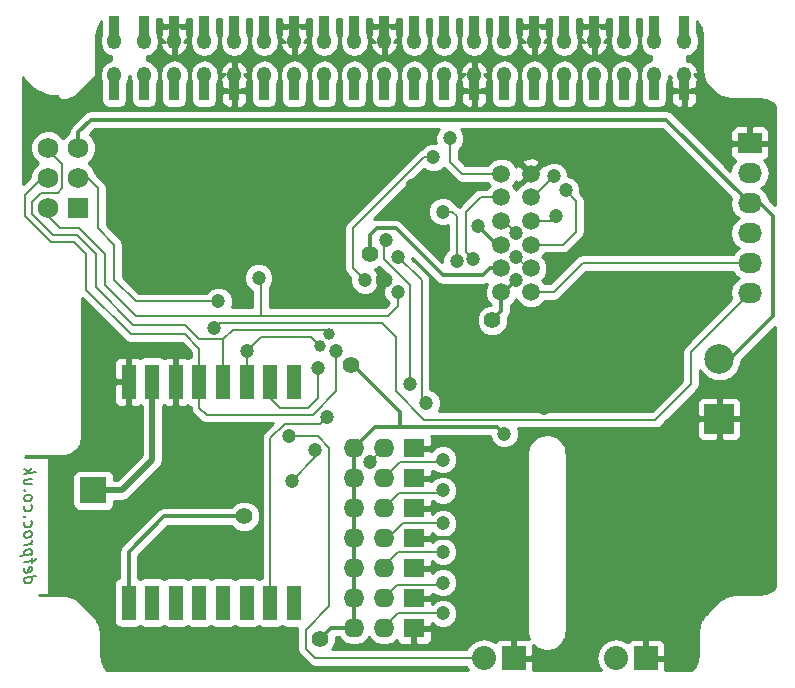
<source format=gbr>
G04 #@! TF.FileFunction,Copper,L2,Bot,Signal*
%FSLAX46Y46*%
G04 Gerber Fmt 4.6, Leading zero omitted, Abs format (unit mm)*
G04 Created by KiCad (PCBNEW 4.0.2+e4-6225~38~ubuntu14.04.1-stable) date Thu 07 Jul 2016 12:55:47 BST*
%MOMM*%
G01*
G04 APERTURE LIST*
%ADD10C,0.100000*%
%ADD11C,0.200000*%
%ADD12R,1.200000X3.000000*%
%ADD13R,2.032000X1.727200*%
%ADD14O,2.032000X1.727200*%
%ADD15R,2.032000X2.032000*%
%ADD16O,2.032000X2.032000*%
%ADD17R,2.500000X2.500000*%
%ADD18C,2.500000*%
%ADD19R,2.235200X2.235200*%
%ADD20C,1.750000*%
%ADD21R,1.750000X1.750000*%
%ADD22C,1.500000*%
%ADD23R,1.750000X1.600000*%
%ADD24O,1.750000X1.600000*%
%ADD25R,0.889000X1.676400*%
%ADD26O,1.200000X1.400000*%
%ADD27C,1.400000*%
%ADD28C,1.200000*%
%ADD29C,1.000000*%
%ADD30C,0.300000*%
%ADD31C,0.500000*%
%ADD32C,0.254000*%
G04 APERTURE END LIST*
D10*
D11*
X76947619Y-92463691D02*
X77947619Y-92338691D01*
X76995238Y-92457738D02*
X76947619Y-92558929D01*
X76947619Y-92749406D01*
X76995238Y-92838691D01*
X77042857Y-92880358D01*
X77138095Y-92916072D01*
X77423810Y-92880358D01*
X77519048Y-92820834D01*
X77566667Y-92767263D01*
X77614286Y-92666072D01*
X77614286Y-92475595D01*
X77566667Y-92386310D01*
X76995238Y-91600595D02*
X76947619Y-91701786D01*
X76947619Y-91892263D01*
X76995238Y-91981548D01*
X77090476Y-92017262D01*
X77471429Y-91969643D01*
X77566667Y-91910120D01*
X77614286Y-91808929D01*
X77614286Y-91618452D01*
X77566667Y-91529167D01*
X77471429Y-91493452D01*
X77376190Y-91505357D01*
X77280952Y-91993453D01*
X77614286Y-91189881D02*
X77614286Y-90808929D01*
X76947619Y-91130358D02*
X77804762Y-91023215D01*
X77900000Y-90963691D01*
X77947619Y-90862501D01*
X77947619Y-90767263D01*
X77614286Y-90475595D02*
X76614286Y-90600595D01*
X77566667Y-90481548D02*
X77614286Y-90380357D01*
X77614286Y-90189880D01*
X77566667Y-90100595D01*
X77519048Y-90058928D01*
X77423810Y-90023214D01*
X77138095Y-90058928D01*
X77042857Y-90118452D01*
X76995238Y-90172023D01*
X76947619Y-90273214D01*
X76947619Y-90463691D01*
X76995238Y-90552976D01*
X76947619Y-89654167D02*
X77614286Y-89570833D01*
X77423810Y-89594643D02*
X77519048Y-89535119D01*
X77566667Y-89481548D01*
X77614286Y-89380357D01*
X77614286Y-89285118D01*
X76947619Y-88892262D02*
X76995238Y-88981547D01*
X77042857Y-89023214D01*
X77138095Y-89058928D01*
X77423810Y-89023214D01*
X77519048Y-88963690D01*
X77566667Y-88910119D01*
X77614286Y-88808928D01*
X77614286Y-88666070D01*
X77566667Y-88576785D01*
X77519048Y-88535118D01*
X77423810Y-88499404D01*
X77138095Y-88535118D01*
X77042857Y-88594642D01*
X76995238Y-88648213D01*
X76947619Y-88749404D01*
X76947619Y-88892262D01*
X76995238Y-87695832D02*
X76947619Y-87797023D01*
X76947619Y-87987500D01*
X76995238Y-88076785D01*
X77042857Y-88118452D01*
X77138095Y-88154166D01*
X77423810Y-88118452D01*
X77519048Y-88058928D01*
X77566667Y-88005357D01*
X77614286Y-87904166D01*
X77614286Y-87713689D01*
X77566667Y-87624404D01*
X77042857Y-87261309D02*
X76995238Y-87219642D01*
X76947619Y-87273214D01*
X76995238Y-87314880D01*
X77042857Y-87261309D01*
X76947619Y-87273214D01*
X76995238Y-86362499D02*
X76947619Y-86463690D01*
X76947619Y-86654167D01*
X76995238Y-86743452D01*
X77042857Y-86785119D01*
X77138095Y-86820833D01*
X77423810Y-86785119D01*
X77519048Y-86725595D01*
X77566667Y-86672024D01*
X77614286Y-86570833D01*
X77614286Y-86380356D01*
X77566667Y-86291071D01*
X76947619Y-85797024D02*
X76995238Y-85886309D01*
X77042857Y-85927976D01*
X77138095Y-85963690D01*
X77423810Y-85927976D01*
X77519048Y-85868452D01*
X77566667Y-85814881D01*
X77614286Y-85713690D01*
X77614286Y-85570832D01*
X77566667Y-85481547D01*
X77519048Y-85439880D01*
X77423810Y-85404166D01*
X77138095Y-85439880D01*
X77042857Y-85499404D01*
X76995238Y-85552975D01*
X76947619Y-85654166D01*
X76947619Y-85797024D01*
X77042857Y-85023214D02*
X76995238Y-84981547D01*
X76947619Y-85035119D01*
X76995238Y-85076785D01*
X77042857Y-85023214D01*
X76947619Y-85035119D01*
X77614286Y-84047023D02*
X76947619Y-84130357D01*
X77614286Y-84475595D02*
X77090476Y-84541071D01*
X76995238Y-84505357D01*
X76947619Y-84416072D01*
X76947619Y-84273214D01*
X76995238Y-84172023D01*
X77042857Y-84118452D01*
X76947619Y-83654167D02*
X77947619Y-83529167D01*
X77328571Y-83511310D02*
X76947619Y-83273214D01*
X77614286Y-83189880D02*
X77233333Y-83618452D01*
D12*
X99800000Y-94550000D03*
X97800000Y-94550000D03*
X95800000Y-94550000D03*
X93800000Y-94550000D03*
X91800000Y-94550000D03*
X89800000Y-94550000D03*
X87800000Y-94550000D03*
X85800000Y-94550000D03*
X85800000Y-75850000D03*
X87800000Y-75850000D03*
X89800000Y-75850000D03*
X91800000Y-75850000D03*
X93800000Y-75850000D03*
X95800000Y-75850000D03*
X97800000Y-75850000D03*
X99800000Y-75850000D03*
D13*
X138400000Y-55650000D03*
D14*
X138400000Y-58190000D03*
X138400000Y-60730000D03*
X138400000Y-63270000D03*
X138400000Y-65810000D03*
X138400000Y-68350000D03*
D15*
X118400000Y-99250000D03*
D16*
X115860000Y-99250000D03*
D15*
X129600000Y-99250000D03*
D16*
X127060000Y-99250000D03*
D17*
X135800000Y-78990000D03*
D18*
X135800000Y-73910000D03*
D19*
X82800000Y-85050000D03*
D20*
X79000000Y-56050000D03*
X81540000Y-56050000D03*
X79000000Y-58590000D03*
X81540000Y-58590000D03*
X79000000Y-61130000D03*
D21*
X81540000Y-61130000D03*
D22*
X117350000Y-68250000D03*
X117350000Y-66250000D03*
X117350000Y-64250000D03*
X117350000Y-62250000D03*
X117350000Y-60250000D03*
X117350000Y-58250000D03*
X119850000Y-68250000D03*
X119850000Y-66250000D03*
X119850000Y-64250000D03*
X119850000Y-62250000D03*
X119850000Y-60250000D03*
X119850000Y-58250000D03*
D23*
X109960000Y-81470000D03*
D24*
X107420000Y-81470000D03*
X104880000Y-81470000D03*
D23*
X109960000Y-84010000D03*
D24*
X107420000Y-84010000D03*
X104880000Y-84010000D03*
D23*
X109960000Y-86550000D03*
D24*
X107420000Y-86550000D03*
X104880000Y-86550000D03*
D23*
X109960000Y-89090000D03*
D24*
X107420000Y-89090000D03*
X104880000Y-89090000D03*
D23*
X109960000Y-91630000D03*
D24*
X107420000Y-91630000D03*
X104880000Y-91630000D03*
D23*
X109960000Y-94170000D03*
D24*
X107420000Y-94170000D03*
X104880000Y-94170000D03*
D23*
X109960000Y-96710000D03*
D24*
X107420000Y-96710000D03*
X104880000Y-96710000D03*
D25*
X99810000Y-45732200D03*
X104890000Y-45732200D03*
X107430000Y-45732200D03*
X109970000Y-45732200D03*
X112510000Y-45732200D03*
X115050000Y-45732200D03*
X117590000Y-45732200D03*
X120130000Y-45732200D03*
X122670000Y-45732200D03*
X125210000Y-45732200D03*
X127750000Y-45732200D03*
X130290000Y-45732200D03*
X132830000Y-45732200D03*
X132830000Y-51167800D03*
X130290000Y-51167800D03*
X127750000Y-51167800D03*
X125210000Y-51167800D03*
X122670000Y-51167800D03*
X120130000Y-51167800D03*
X117590000Y-51167800D03*
X115050000Y-51167800D03*
X112510000Y-51167800D03*
X109970000Y-51167800D03*
X107430000Y-51167800D03*
X104890000Y-51167800D03*
X102350000Y-51167800D03*
X99810000Y-51167800D03*
X84570000Y-45732200D03*
X87110000Y-45732200D03*
X89650000Y-45732200D03*
X92190000Y-45732200D03*
X94730000Y-45732200D03*
X97270000Y-45732200D03*
X97270000Y-51167800D03*
X92190000Y-51167800D03*
X89650000Y-51167800D03*
X87110000Y-51167800D03*
X102350000Y-45732200D03*
X84570000Y-51167800D03*
D26*
X112510000Y-49920000D03*
X109970000Y-49920000D03*
X115050000Y-49920000D03*
X117590000Y-49920000D03*
X127750000Y-49920000D03*
X125210000Y-49920000D03*
X120130000Y-49920000D03*
X122670000Y-49920000D03*
X130290000Y-49920000D03*
X132830000Y-49920000D03*
X107430000Y-49920000D03*
X104890000Y-49920000D03*
X97270000Y-49920000D03*
X94730000Y-49920000D03*
X99810000Y-49920000D03*
X102350000Y-49920000D03*
X92190000Y-49920000D03*
X89650000Y-49920000D03*
X84570000Y-49920000D03*
X87110000Y-49920000D03*
X87110000Y-46980000D03*
X84570000Y-46980000D03*
X89650000Y-46980000D03*
X92190000Y-46980000D03*
X102350000Y-46980000D03*
X99810000Y-46980000D03*
X94730000Y-46980000D03*
X97270000Y-46980000D03*
X104890000Y-46980000D03*
X107430000Y-46980000D03*
X132830000Y-46980000D03*
X130290000Y-46980000D03*
X122670000Y-46980000D03*
X120130000Y-46980000D03*
X125210000Y-46980000D03*
X127750000Y-46980000D03*
X117590000Y-46980000D03*
X115050000Y-46980000D03*
X109970000Y-46980000D03*
X112510000Y-46980000D03*
D25*
X94730000Y-51167800D03*
D27*
X106200000Y-65050000D03*
D28*
X117600000Y-80250000D03*
D27*
X102000000Y-97650000D03*
X95600000Y-87250000D03*
X104600000Y-74450000D03*
X88400000Y-66450000D03*
X83600000Y-73050000D03*
X113400000Y-97450000D03*
X107400000Y-67250000D03*
X100400000Y-58850000D03*
X110000000Y-59250000D03*
X114400000Y-59650000D03*
D28*
X118200000Y-56450000D03*
X121000000Y-78050000D03*
D27*
X130400000Y-76650000D03*
X125400000Y-70850000D03*
X117600000Y-83450000D03*
X116600000Y-70650000D03*
D28*
X118600000Y-67250000D03*
X108600000Y-68250000D03*
X96800000Y-67050000D03*
X115000000Y-65450000D03*
X118600000Y-65250000D03*
X102600000Y-78850000D03*
X111000000Y-77650000D03*
X108600000Y-65250000D03*
X113600000Y-65650000D03*
X112400000Y-61450000D03*
X99400000Y-80450000D03*
X101800000Y-74650000D03*
D29*
X102000000Y-72850000D03*
D28*
X93400000Y-69050000D03*
X95800000Y-73250000D03*
D29*
X102800000Y-71850000D03*
D28*
X103400000Y-73250000D03*
X122800000Y-59650000D03*
X113000000Y-55250000D03*
X115400000Y-62650000D03*
X118600000Y-63250000D03*
X107600000Y-63850000D03*
X109600000Y-76050000D03*
X101600000Y-81650000D03*
X99600000Y-84250000D03*
X106200000Y-82650000D03*
X111600000Y-56850000D03*
X105800000Y-67250000D03*
X121800000Y-58450000D03*
X112400000Y-82450000D03*
X112400000Y-85050000D03*
X112400000Y-87850000D03*
X112400000Y-90250000D03*
X112400000Y-92850000D03*
X112400000Y-95450000D03*
X122000000Y-61850000D03*
X93000000Y-71300000D03*
D11*
X127750000Y-45732200D02*
X127750000Y-47180000D01*
X132830000Y-45732200D02*
X132830000Y-47180000D01*
X130290000Y-45732200D02*
X130290000Y-47180000D01*
X104890000Y-45732200D02*
X104890000Y-47180000D01*
X112510000Y-45732200D02*
X112510000Y-47180000D01*
X109970000Y-45732200D02*
X109970000Y-47180000D01*
X122670000Y-45732200D02*
X122670000Y-47180000D01*
X117590000Y-45732200D02*
X117590000Y-47180000D01*
X115050000Y-45732200D02*
X115050000Y-47180000D01*
X97270000Y-45732200D02*
X97270000Y-47180000D01*
X102350000Y-45732200D02*
X102350000Y-47180000D01*
X87110000Y-45732200D02*
X87110000Y-47180000D01*
X84570000Y-45732200D02*
X84570000Y-47180000D01*
X130290000Y-51167800D02*
X130290000Y-49720000D01*
X125210000Y-51167800D02*
X125210000Y-49720000D01*
X127750000Y-51167800D02*
X127750000Y-49720000D01*
X117590000Y-51167800D02*
X117590000Y-49720000D01*
X120130000Y-51167800D02*
X120130000Y-49720000D01*
X122670000Y-51167800D02*
X122670000Y-49720000D01*
X112510000Y-51167800D02*
X112510000Y-49720000D01*
X109970000Y-51167800D02*
X109970000Y-49720000D01*
X107430000Y-51167800D02*
X107430000Y-49720000D01*
X87110000Y-51167800D02*
X87110000Y-49720000D01*
X89650000Y-51167800D02*
X89650000Y-49720000D01*
X92190000Y-51167800D02*
X92190000Y-49720000D01*
X102350000Y-51167800D02*
X102350000Y-49720000D01*
X99810000Y-51167800D02*
X99810000Y-49720000D01*
X97270000Y-51167800D02*
X97270000Y-49720000D01*
D30*
X108400000Y-62850000D02*
X112400000Y-66850000D01*
X116400000Y-66250000D02*
X115800000Y-66850000D01*
X115800000Y-66850000D02*
X112400000Y-66850000D01*
X116400000Y-66250000D02*
X117350000Y-66250000D01*
X106200000Y-65050000D02*
X106200000Y-65050000D01*
X106200000Y-63450000D02*
X106200000Y-65050000D01*
X106800000Y-62850000D02*
X106200000Y-63450000D01*
X108400000Y-62850000D02*
X106800000Y-62850000D01*
X108400000Y-62850000D02*
X108400000Y-62850000D01*
X108800000Y-79650000D02*
X108800000Y-78450000D01*
X104800000Y-74450000D02*
X108800000Y-78450000D01*
X104800000Y-74450000D02*
X104600000Y-74450000D01*
X117000000Y-79650000D02*
X108800000Y-79650000D01*
X108800000Y-79650000D02*
X106700000Y-79650000D01*
X117600000Y-80250000D02*
X117000000Y-79650000D01*
X106700000Y-79650000D02*
X104880000Y-81470000D01*
X104880000Y-81470000D02*
X104620000Y-81470000D01*
X104880000Y-96710000D02*
X102940000Y-96710000D01*
X102940000Y-96710000D02*
X102000000Y-97650000D01*
X117350000Y-66250000D02*
X117000000Y-66250000D01*
X85800000Y-94550000D02*
X85800000Y-90250000D01*
X88800000Y-87250000D02*
X95600000Y-87250000D01*
X85800000Y-90250000D02*
X88800000Y-87250000D01*
X104600000Y-74450000D02*
X104880000Y-74730000D01*
X104880000Y-81470000D02*
X104880000Y-84010000D01*
X104880000Y-84010000D02*
X104880000Y-86550000D01*
X104880000Y-86550000D02*
X104880000Y-89090000D01*
X104880000Y-89090000D02*
X104880000Y-91630000D01*
X104880000Y-91630000D02*
X104880000Y-94170000D01*
X104880000Y-94170000D02*
X104880000Y-96710000D01*
X94730000Y-51167800D02*
X94730000Y-49720000D01*
X115050000Y-51167800D02*
X115050000Y-49720000D01*
X132830000Y-51167800D02*
X132830000Y-49720000D01*
X125210000Y-45732200D02*
X125210000Y-47180000D01*
X120130000Y-45732200D02*
X120130000Y-47180000D01*
X107430000Y-45732200D02*
X107430000Y-47180000D01*
X99810000Y-45732200D02*
X99810000Y-47180000D01*
X89650000Y-45732200D02*
X89650000Y-47180000D01*
X109960000Y-89090000D02*
X113960000Y-89090000D01*
X113960000Y-89090000D02*
X114200000Y-88850000D01*
X85800000Y-75850000D02*
X84200000Y-75850000D01*
X83600000Y-75250000D02*
X83600000Y-73050000D01*
X84200000Y-75850000D02*
X83600000Y-75250000D01*
X110000000Y-59250000D02*
X114000000Y-59250000D01*
X114000000Y-59250000D02*
X114400000Y-59650000D01*
X119850000Y-58250000D02*
X119850000Y-58100000D01*
X119850000Y-58100000D02*
X118200000Y-56450000D01*
X109960000Y-81470000D02*
X111380000Y-81470000D01*
X115200000Y-81050000D02*
X117600000Y-83450000D01*
X111800000Y-81050000D02*
X115200000Y-81050000D01*
X111380000Y-81470000D02*
X111800000Y-81050000D01*
X138400000Y-60730000D02*
X139280000Y-60730000D01*
X139280000Y-60730000D02*
X140400000Y-61850000D01*
X140400000Y-70250000D02*
X136740000Y-73910000D01*
X140400000Y-61850000D02*
X140400000Y-70250000D01*
X136740000Y-73910000D02*
X135800000Y-73910000D01*
X81540000Y-56050000D02*
X81540000Y-54710000D01*
X131320000Y-53650000D02*
X138400000Y-60730000D01*
X82600000Y-53650000D02*
X131320000Y-53650000D01*
X81540000Y-54710000D02*
X82600000Y-53650000D01*
X117350000Y-69900000D02*
X117350000Y-68250000D01*
X116600000Y-70650000D02*
X117350000Y-69900000D01*
X118600000Y-67250000D02*
X117600000Y-68250000D01*
X117600000Y-68250000D02*
X117350000Y-68250000D01*
D11*
X97000000Y-70250000D02*
X98400000Y-70250000D01*
X108600000Y-68250000D02*
X108600000Y-69450000D01*
X108600000Y-69450000D02*
X107800000Y-70250000D01*
X107800000Y-70250000D02*
X98400000Y-70250000D01*
X97000000Y-67250000D02*
X97000000Y-70250000D01*
X96800000Y-67050000D02*
X97000000Y-67250000D01*
X97000000Y-70250000D02*
X86400000Y-70250000D01*
X86400000Y-70250000D02*
X83800000Y-67650000D01*
X83800000Y-67650000D02*
X83800000Y-65050000D01*
X83800000Y-65050000D02*
X81600000Y-62850000D01*
X81600000Y-62850000D02*
X80000000Y-62850000D01*
X80000000Y-62850000D02*
X79000000Y-61850000D01*
X79000000Y-61850000D02*
X79000000Y-61130000D01*
X115600000Y-60250000D02*
X117350000Y-60250000D01*
X114400000Y-61450000D02*
X115600000Y-60250000D01*
X114400000Y-64850000D02*
X114400000Y-61450000D01*
X115000000Y-65450000D02*
X114400000Y-64850000D01*
X118600000Y-65250000D02*
X119600000Y-66250000D01*
X119600000Y-66250000D02*
X119850000Y-66250000D01*
X97800000Y-94550000D02*
X97800000Y-80650000D01*
X97800000Y-80650000D02*
X99000000Y-79450000D01*
X99000000Y-79450000D02*
X102000000Y-79450000D01*
X102600000Y-78850000D02*
X102000000Y-79450000D01*
X110600000Y-77250000D02*
X111000000Y-77650000D01*
X110600000Y-67250000D02*
X110600000Y-77250000D01*
X108600000Y-65250000D02*
X110600000Y-67250000D01*
X113600000Y-65650000D02*
X113600000Y-61850000D01*
X113600000Y-61850000D02*
X113200000Y-61450000D01*
X113200000Y-61450000D02*
X112400000Y-61450000D01*
X115860000Y-99250000D02*
X101600000Y-99250000D01*
X99400000Y-80450000D02*
X99400000Y-80450000D01*
X101800000Y-80450000D02*
X99400000Y-80450000D01*
X102800000Y-81450000D02*
X101800000Y-80450000D01*
X102800000Y-94850000D02*
X102800000Y-81450000D01*
X100800000Y-96850000D02*
X102800000Y-94850000D01*
X100800000Y-98450000D02*
X100800000Y-96850000D01*
X101600000Y-99250000D02*
X100800000Y-98450000D01*
X98600000Y-78050000D02*
X101000000Y-78050000D01*
X97800000Y-77250000D02*
X98600000Y-78050000D01*
X101800000Y-77250000D02*
X101800000Y-74650000D01*
X101000000Y-78050000D02*
X101800000Y-77250000D01*
X97800000Y-77250000D02*
X97800000Y-75850000D01*
X97000000Y-72050000D02*
X101200000Y-72050000D01*
X101200000Y-72050000D02*
X102000000Y-72850000D01*
X97000000Y-72050000D02*
X95800000Y-73250000D01*
X86400000Y-69050000D02*
X93400000Y-69050000D01*
X84600000Y-67250000D02*
X86400000Y-69050000D01*
X84600000Y-64250000D02*
X84600000Y-67250000D01*
X83200000Y-62850000D02*
X84600000Y-64250000D01*
X83200000Y-59450000D02*
X83200000Y-62850000D01*
X82340000Y-58590000D02*
X83200000Y-59450000D01*
X95800000Y-73250000D02*
X95800000Y-75850000D01*
X81540000Y-58590000D02*
X82340000Y-58590000D01*
X91800000Y-72250000D02*
X93800000Y-72250000D01*
X81400000Y-63450000D02*
X83000000Y-65050000D01*
X83000000Y-65050000D02*
X83000000Y-67850000D01*
X83000000Y-67850000D02*
X86200000Y-71050000D01*
X86200000Y-71050000D02*
X90600000Y-71050000D01*
X90600000Y-71050000D02*
X91800000Y-72250000D01*
X79000000Y-56250000D02*
X80200000Y-57450000D01*
X80200000Y-57450000D02*
X80200000Y-59450000D01*
X80200000Y-59450000D02*
X79800000Y-59850000D01*
X79800000Y-59850000D02*
X78400000Y-59850000D01*
X78400000Y-59850000D02*
X77600000Y-60650000D01*
X77600000Y-60650000D02*
X77600000Y-61650000D01*
X77600000Y-61650000D02*
X79400000Y-63450000D01*
X79400000Y-63450000D02*
X81400000Y-63450000D01*
X102400000Y-71450000D02*
X102800000Y-71850000D01*
X94600000Y-71450000D02*
X102400000Y-71450000D01*
X93800000Y-72250000D02*
X94600000Y-71450000D01*
X93800000Y-72250000D02*
X93800000Y-75850000D01*
X79000000Y-56050000D02*
X79000000Y-56250000D01*
X91800000Y-75850000D02*
X91800000Y-78050000D01*
X103400000Y-76650000D02*
X103400000Y-73250000D01*
X101400000Y-78650000D02*
X103400000Y-76650000D01*
X92400000Y-78650000D02*
X101400000Y-78650000D01*
X91800000Y-78050000D02*
X92400000Y-78650000D01*
X79000000Y-58590000D02*
X78460000Y-58590000D01*
X78460000Y-58590000D02*
X77000000Y-60050000D01*
X77000000Y-60050000D02*
X77000000Y-61850000D01*
X77000000Y-61850000D02*
X79200000Y-64050000D01*
X79200000Y-64050000D02*
X81200000Y-64050000D01*
X81200000Y-64050000D02*
X82200000Y-65050000D01*
X82200000Y-65050000D02*
X82200000Y-68050000D01*
X82200000Y-68050000D02*
X86000000Y-71850000D01*
X86000000Y-71850000D02*
X90600000Y-71850000D01*
X90600000Y-71850000D02*
X91800000Y-73050000D01*
X91800000Y-73050000D02*
X91800000Y-75850000D01*
D31*
X87800000Y-75850000D02*
X87800000Y-82450000D01*
X85200000Y-85050000D02*
X82800000Y-85050000D01*
X87800000Y-82450000D02*
X85200000Y-85050000D01*
D11*
X94730000Y-45732200D02*
X94730000Y-47180000D01*
X122800000Y-59650000D02*
X123700000Y-60550000D01*
X123700000Y-60550000D02*
X123700000Y-63150000D01*
X123700000Y-63150000D02*
X122600000Y-64250000D01*
X122600000Y-64250000D02*
X119850000Y-64250000D01*
X92190000Y-45732200D02*
X92190000Y-47180000D01*
X117350000Y-58250000D02*
X114000000Y-58250000D01*
X113000000Y-57250000D02*
X113000000Y-55250000D01*
X114000000Y-58250000D02*
X113000000Y-57250000D01*
D30*
X84570000Y-51167800D02*
X84570000Y-49720000D01*
X104890000Y-51167800D02*
X104890000Y-49720000D01*
X117350000Y-64250000D02*
X117000000Y-64250000D01*
X117000000Y-64250000D02*
X115400000Y-62650000D01*
D11*
X138400000Y-65810000D02*
X124240000Y-65810000D01*
X121800000Y-68250000D02*
X119850000Y-68250000D01*
X124240000Y-65810000D02*
X121800000Y-68250000D01*
X118600000Y-63250000D02*
X117600000Y-62250000D01*
X117600000Y-62250000D02*
X117350000Y-62250000D01*
X109600000Y-67650000D02*
X109600000Y-76050000D01*
X107400000Y-65450000D02*
X109600000Y-67650000D01*
X107400000Y-64050000D02*
X107400000Y-65450000D01*
X107600000Y-63850000D02*
X107400000Y-64050000D01*
X109400000Y-75850000D02*
X109600000Y-76050000D01*
X101600000Y-81650000D02*
X101600000Y-82250000D01*
X101600000Y-82250000D02*
X99600000Y-84250000D01*
X106200000Y-82650000D02*
X107380000Y-81470000D01*
X107380000Y-81470000D02*
X107420000Y-81470000D01*
X110800000Y-56850000D02*
X104800000Y-62850000D01*
X104800000Y-62850000D02*
X104800000Y-66250000D01*
X104800000Y-66250000D02*
X105800000Y-67250000D01*
X111600000Y-56850000D02*
X110800000Y-56850000D01*
X121800000Y-58450000D02*
X120000000Y-60250000D01*
X119850000Y-60250000D02*
X120000000Y-60250000D01*
X108780000Y-82650000D02*
X107420000Y-84010000D01*
X112200000Y-82650000D02*
X108780000Y-82650000D01*
X112400000Y-82450000D02*
X112200000Y-82650000D01*
X112400000Y-85050000D02*
X112200000Y-85250000D01*
X112200000Y-85250000D02*
X108720000Y-85250000D01*
X107420000Y-86550000D02*
X108720000Y-85250000D01*
X109000000Y-87850000D02*
X107760000Y-89090000D01*
X112400000Y-87850000D02*
X109000000Y-87850000D01*
X107760000Y-89090000D02*
X107420000Y-89090000D01*
X108600000Y-90250000D02*
X107420000Y-91430000D01*
X112400000Y-90250000D02*
X108600000Y-90250000D01*
X107420000Y-91430000D02*
X107420000Y-91630000D01*
X108540000Y-93050000D02*
X107420000Y-94170000D01*
X112200000Y-93050000D02*
X108540000Y-93050000D01*
X112400000Y-92850000D02*
X112200000Y-93050000D01*
X108600000Y-95450000D02*
X107420000Y-96630000D01*
X112400000Y-95450000D02*
X108600000Y-95450000D01*
X107420000Y-96630000D02*
X107420000Y-96710000D01*
X122000000Y-61850000D02*
X121600000Y-62250000D01*
X121600000Y-62250000D02*
X119850000Y-62250000D01*
X93425000Y-70875000D02*
X107225000Y-70875000D01*
X133400000Y-73350000D02*
X138400000Y-68350000D01*
X133400000Y-76050000D02*
X133400000Y-73350000D01*
X130400000Y-79050000D02*
X133400000Y-76050000D01*
X110800000Y-79050000D02*
X130400000Y-79050000D01*
X108400000Y-76650000D02*
X110800000Y-79050000D01*
X108400000Y-72050000D02*
X108400000Y-76650000D01*
X107225000Y-70875000D02*
X108400000Y-72050000D01*
X93450000Y-70850000D02*
X93425000Y-70875000D01*
X93425000Y-70875000D02*
X93000000Y-71300000D01*
D32*
G36*
X140515000Y-93248999D02*
X140299991Y-93464008D01*
X139778298Y-93729824D01*
X139190008Y-93823000D01*
X137178427Y-93823000D01*
X137153651Y-93825440D01*
X136388284Y-93977681D01*
X136342503Y-93996644D01*
X135693657Y-94430189D01*
X135674411Y-94445983D01*
X134645983Y-95474411D01*
X134635030Y-95486901D01*
X134317193Y-95901114D01*
X134300616Y-95929826D01*
X134100815Y-96412188D01*
X134092234Y-96444212D01*
X134024086Y-96961850D01*
X134023000Y-96978427D01*
X134023000Y-98940008D01*
X133929824Y-99528298D01*
X133664008Y-100049991D01*
X133448999Y-100265000D01*
X131251000Y-100265000D01*
X131251000Y-99535750D01*
X131092250Y-99377000D01*
X129727000Y-99377000D01*
X129727000Y-99397000D01*
X129473000Y-99397000D01*
X129473000Y-99377000D01*
X129453000Y-99377000D01*
X129453000Y-99123000D01*
X129473000Y-99123000D01*
X129473000Y-97757750D01*
X129727000Y-97757750D01*
X129727000Y-99123000D01*
X131092250Y-99123000D01*
X131251000Y-98964250D01*
X131251000Y-98107691D01*
X131154327Y-97874302D01*
X130975699Y-97695673D01*
X130742310Y-97599000D01*
X129885750Y-97599000D01*
X129727000Y-97757750D01*
X129473000Y-97757750D01*
X129314250Y-97599000D01*
X128457690Y-97599000D01*
X128224301Y-97695673D01*
X128045673Y-97874302D01*
X128028001Y-97916966D01*
X127691810Y-97692330D01*
X127060000Y-97566655D01*
X126428190Y-97692330D01*
X125892567Y-98050222D01*
X125534675Y-98585845D01*
X125409000Y-99217655D01*
X125409000Y-99282345D01*
X125534675Y-99914155D01*
X125769102Y-100265000D01*
X120051000Y-100265000D01*
X120051000Y-99535750D01*
X119892250Y-99377000D01*
X118527000Y-99377000D01*
X118527000Y-99397000D01*
X118273000Y-99397000D01*
X118273000Y-99377000D01*
X118253000Y-99377000D01*
X118253000Y-99123000D01*
X118273000Y-99123000D01*
X118273000Y-97757750D01*
X118527000Y-97757750D01*
X118527000Y-99123000D01*
X119892250Y-99123000D01*
X120051000Y-98964250D01*
X120051000Y-98165336D01*
X120112328Y-98226664D01*
X120436751Y-98443437D01*
X120539032Y-98485803D01*
X120683681Y-98545718D01*
X121066364Y-98621838D01*
X121333636Y-98621838D01*
X121716319Y-98545718D01*
X121963248Y-98443437D01*
X121963249Y-98443436D01*
X122287672Y-98226664D01*
X122476664Y-98037672D01*
X122693437Y-97713249D01*
X122746559Y-97584999D01*
X122795718Y-97466319D01*
X122871838Y-97083636D01*
X122871838Y-97016170D01*
X122885000Y-96950000D01*
X122885000Y-81950000D01*
X122871838Y-81883830D01*
X122871838Y-81816364D01*
X122795718Y-81433681D01*
X122705049Y-81214786D01*
X122693437Y-81186751D01*
X122476664Y-80862328D01*
X122287672Y-80673336D01*
X121963248Y-80456563D01*
X121911190Y-80435000D01*
X121716319Y-80354282D01*
X121333636Y-80278162D01*
X121200000Y-80278162D01*
X120683681Y-80354282D01*
X120539032Y-80414197D01*
X120436751Y-80456563D01*
X120112328Y-80673336D01*
X119923336Y-80862328D01*
X119706564Y-81186751D01*
X119706563Y-81186752D01*
X119604282Y-81433681D01*
X119528162Y-81816364D01*
X119528162Y-81883830D01*
X119515000Y-81950000D01*
X119515000Y-96950000D01*
X119528162Y-97016170D01*
X119528162Y-97083636D01*
X119604282Y-97466319D01*
X119674152Y-97635000D01*
X119683457Y-97657465D01*
X119542310Y-97599000D01*
X118685750Y-97599000D01*
X118527000Y-97757750D01*
X118273000Y-97757750D01*
X118114250Y-97599000D01*
X117257690Y-97599000D01*
X117024301Y-97695673D01*
X116845673Y-97874302D01*
X116828001Y-97916966D01*
X116491810Y-97692330D01*
X115860000Y-97566655D01*
X115228190Y-97692330D01*
X114692567Y-98050222D01*
X114382012Y-98515000D01*
X103023114Y-98515000D01*
X103131098Y-98407204D01*
X103334768Y-97916713D01*
X103335136Y-97495000D01*
X103607239Y-97495000D01*
X103760719Y-97724698D01*
X104226266Y-98035767D01*
X104775417Y-98145000D01*
X104984583Y-98145000D01*
X105533734Y-98035767D01*
X105999281Y-97724698D01*
X106150000Y-97499131D01*
X106300719Y-97724698D01*
X106766266Y-98035767D01*
X107315417Y-98145000D01*
X107524583Y-98145000D01*
X108073734Y-98035767D01*
X108498029Y-97752262D01*
X108546673Y-97869698D01*
X108725301Y-98048327D01*
X108958690Y-98145000D01*
X109674250Y-98145000D01*
X109833000Y-97986250D01*
X109833000Y-96837000D01*
X110087000Y-96837000D01*
X110087000Y-97986250D01*
X110245750Y-98145000D01*
X110961310Y-98145000D01*
X111194699Y-98048327D01*
X111373327Y-97869698D01*
X111470000Y-97636309D01*
X111470000Y-96995750D01*
X111311250Y-96837000D01*
X110087000Y-96837000D01*
X109833000Y-96837000D01*
X109813000Y-96837000D01*
X109813000Y-96583000D01*
X109833000Y-96583000D01*
X109833000Y-96563000D01*
X110087000Y-96563000D01*
X110087000Y-96583000D01*
X111311250Y-96583000D01*
X111470000Y-96424250D01*
X111470000Y-96266455D01*
X111699515Y-96496371D01*
X112153266Y-96684785D01*
X112644579Y-96685214D01*
X113098657Y-96497592D01*
X113446371Y-96150485D01*
X113634785Y-95696734D01*
X113635214Y-95205421D01*
X113447592Y-94751343D01*
X113100485Y-94403629D01*
X112646734Y-94215215D01*
X112155421Y-94214786D01*
X111701343Y-94402408D01*
X111470000Y-94633347D01*
X111470000Y-94455750D01*
X111311250Y-94297000D01*
X110087000Y-94297000D01*
X110087000Y-94317000D01*
X109833000Y-94317000D01*
X109833000Y-94297000D01*
X109813000Y-94297000D01*
X109813000Y-94043000D01*
X109833000Y-94043000D01*
X109833000Y-94023000D01*
X110087000Y-94023000D01*
X110087000Y-94043000D01*
X111311250Y-94043000D01*
X111470000Y-93884250D01*
X111470000Y-93785000D01*
X111588338Y-93785000D01*
X111699515Y-93896371D01*
X112153266Y-94084785D01*
X112644579Y-94085214D01*
X113098657Y-93897592D01*
X113446371Y-93550485D01*
X113634785Y-93096734D01*
X113635214Y-92605421D01*
X113447592Y-92151343D01*
X113100485Y-91803629D01*
X112646734Y-91615215D01*
X112155421Y-91614786D01*
X111701343Y-91802408D01*
X111470000Y-92033347D01*
X111470000Y-91915750D01*
X111311250Y-91757000D01*
X110087000Y-91757000D01*
X110087000Y-91777000D01*
X109833000Y-91777000D01*
X109833000Y-91757000D01*
X109813000Y-91757000D01*
X109813000Y-91503000D01*
X109833000Y-91503000D01*
X109833000Y-91483000D01*
X110087000Y-91483000D01*
X110087000Y-91503000D01*
X111311250Y-91503000D01*
X111470000Y-91344250D01*
X111470000Y-91066455D01*
X111699515Y-91296371D01*
X112153266Y-91484785D01*
X112644579Y-91485214D01*
X113098657Y-91297592D01*
X113446371Y-90950485D01*
X113634785Y-90496734D01*
X113635214Y-90005421D01*
X113447592Y-89551343D01*
X113100485Y-89203629D01*
X112730155Y-89049855D01*
X113098657Y-88897592D01*
X113446371Y-88550485D01*
X113634785Y-88096734D01*
X113635214Y-87605421D01*
X113447592Y-87151343D01*
X113100485Y-86803629D01*
X112646734Y-86615215D01*
X112155421Y-86614786D01*
X111701343Y-86802408D01*
X111470000Y-87033347D01*
X111470000Y-86835750D01*
X111311250Y-86677000D01*
X110087000Y-86677000D01*
X110087000Y-86697000D01*
X109833000Y-86697000D01*
X109833000Y-86677000D01*
X109813000Y-86677000D01*
X109813000Y-86423000D01*
X109833000Y-86423000D01*
X109833000Y-86403000D01*
X110087000Y-86403000D01*
X110087000Y-86423000D01*
X111311250Y-86423000D01*
X111470000Y-86264250D01*
X111470000Y-85985000D01*
X111588338Y-85985000D01*
X111699515Y-86096371D01*
X112153266Y-86284785D01*
X112644579Y-86285214D01*
X113098657Y-86097592D01*
X113446371Y-85750485D01*
X113634785Y-85296734D01*
X113635214Y-84805421D01*
X113447592Y-84351343D01*
X113100485Y-84003629D01*
X112646734Y-83815215D01*
X112155421Y-83814786D01*
X111701343Y-84002408D01*
X111438771Y-84264521D01*
X111311250Y-84137000D01*
X110087000Y-84137000D01*
X110087000Y-84157000D01*
X109833000Y-84157000D01*
X109833000Y-84137000D01*
X109813000Y-84137000D01*
X109813000Y-83883000D01*
X109833000Y-83883000D01*
X109833000Y-83863000D01*
X110087000Y-83863000D01*
X110087000Y-83883000D01*
X111311250Y-83883000D01*
X111470000Y-83724250D01*
X111470000Y-83385000D01*
X111588338Y-83385000D01*
X111699515Y-83496371D01*
X112153266Y-83684785D01*
X112644579Y-83685214D01*
X113098657Y-83497592D01*
X113446371Y-83150485D01*
X113634785Y-82696734D01*
X113635214Y-82205421D01*
X113447592Y-81751343D01*
X113100485Y-81403629D01*
X112646734Y-81215215D01*
X112155421Y-81214786D01*
X111701343Y-81402408D01*
X111408745Y-81694495D01*
X111311250Y-81597000D01*
X110087000Y-81597000D01*
X110087000Y-81617000D01*
X109833000Y-81617000D01*
X109833000Y-81597000D01*
X109813000Y-81597000D01*
X109813000Y-81343000D01*
X109833000Y-81343000D01*
X109833000Y-81323000D01*
X110087000Y-81323000D01*
X110087000Y-81343000D01*
X111311250Y-81343000D01*
X111470000Y-81184250D01*
X111470000Y-80543691D01*
X111424979Y-80435000D01*
X116364838Y-80435000D01*
X116364786Y-80494579D01*
X116552408Y-80948657D01*
X116899515Y-81296371D01*
X117353266Y-81484785D01*
X117844579Y-81485214D01*
X118298657Y-81297592D01*
X118646371Y-80950485D01*
X118834785Y-80496734D01*
X118835214Y-80005421D01*
X118744138Y-79785000D01*
X130400000Y-79785000D01*
X130681272Y-79729051D01*
X130919723Y-79569723D01*
X131213696Y-79275750D01*
X133915000Y-79275750D01*
X133915000Y-80366309D01*
X134011673Y-80599698D01*
X134190301Y-80778327D01*
X134423690Y-80875000D01*
X135514250Y-80875000D01*
X135673000Y-80716250D01*
X135673000Y-79117000D01*
X135927000Y-79117000D01*
X135927000Y-80716250D01*
X136085750Y-80875000D01*
X137176310Y-80875000D01*
X137409699Y-80778327D01*
X137588327Y-80599698D01*
X137685000Y-80366309D01*
X137685000Y-79275750D01*
X137526250Y-79117000D01*
X135927000Y-79117000D01*
X135673000Y-79117000D01*
X134073750Y-79117000D01*
X133915000Y-79275750D01*
X131213696Y-79275750D01*
X132875755Y-77613691D01*
X133915000Y-77613691D01*
X133915000Y-78704250D01*
X134073750Y-78863000D01*
X135673000Y-78863000D01*
X135673000Y-77263750D01*
X135927000Y-77263750D01*
X135927000Y-78863000D01*
X137526250Y-78863000D01*
X137685000Y-78704250D01*
X137685000Y-77613691D01*
X137588327Y-77380302D01*
X137409699Y-77201673D01*
X137176310Y-77105000D01*
X136085750Y-77105000D01*
X135927000Y-77263750D01*
X135673000Y-77263750D01*
X135514250Y-77105000D01*
X134423690Y-77105000D01*
X134190301Y-77201673D01*
X134011673Y-77380302D01*
X133915000Y-77613691D01*
X132875755Y-77613691D01*
X133919724Y-76569723D01*
X134079051Y-76331272D01*
X134135000Y-76050000D01*
X134135000Y-74816535D01*
X134201043Y-74976372D01*
X134730839Y-75507093D01*
X135423405Y-75794672D01*
X136173305Y-75795326D01*
X136866372Y-75508957D01*
X137397093Y-74979161D01*
X137684672Y-74286595D01*
X137684856Y-74075302D01*
X140515000Y-71245158D01*
X140515000Y-93248999D01*
X140515000Y-93248999D01*
G37*
X140515000Y-93248999D02*
X140299991Y-93464008D01*
X139778298Y-93729824D01*
X139190008Y-93823000D01*
X137178427Y-93823000D01*
X137153651Y-93825440D01*
X136388284Y-93977681D01*
X136342503Y-93996644D01*
X135693657Y-94430189D01*
X135674411Y-94445983D01*
X134645983Y-95474411D01*
X134635030Y-95486901D01*
X134317193Y-95901114D01*
X134300616Y-95929826D01*
X134100815Y-96412188D01*
X134092234Y-96444212D01*
X134024086Y-96961850D01*
X134023000Y-96978427D01*
X134023000Y-98940008D01*
X133929824Y-99528298D01*
X133664008Y-100049991D01*
X133448999Y-100265000D01*
X131251000Y-100265000D01*
X131251000Y-99535750D01*
X131092250Y-99377000D01*
X129727000Y-99377000D01*
X129727000Y-99397000D01*
X129473000Y-99397000D01*
X129473000Y-99377000D01*
X129453000Y-99377000D01*
X129453000Y-99123000D01*
X129473000Y-99123000D01*
X129473000Y-97757750D01*
X129727000Y-97757750D01*
X129727000Y-99123000D01*
X131092250Y-99123000D01*
X131251000Y-98964250D01*
X131251000Y-98107691D01*
X131154327Y-97874302D01*
X130975699Y-97695673D01*
X130742310Y-97599000D01*
X129885750Y-97599000D01*
X129727000Y-97757750D01*
X129473000Y-97757750D01*
X129314250Y-97599000D01*
X128457690Y-97599000D01*
X128224301Y-97695673D01*
X128045673Y-97874302D01*
X128028001Y-97916966D01*
X127691810Y-97692330D01*
X127060000Y-97566655D01*
X126428190Y-97692330D01*
X125892567Y-98050222D01*
X125534675Y-98585845D01*
X125409000Y-99217655D01*
X125409000Y-99282345D01*
X125534675Y-99914155D01*
X125769102Y-100265000D01*
X120051000Y-100265000D01*
X120051000Y-99535750D01*
X119892250Y-99377000D01*
X118527000Y-99377000D01*
X118527000Y-99397000D01*
X118273000Y-99397000D01*
X118273000Y-99377000D01*
X118253000Y-99377000D01*
X118253000Y-99123000D01*
X118273000Y-99123000D01*
X118273000Y-97757750D01*
X118527000Y-97757750D01*
X118527000Y-99123000D01*
X119892250Y-99123000D01*
X120051000Y-98964250D01*
X120051000Y-98165336D01*
X120112328Y-98226664D01*
X120436751Y-98443437D01*
X120539032Y-98485803D01*
X120683681Y-98545718D01*
X121066364Y-98621838D01*
X121333636Y-98621838D01*
X121716319Y-98545718D01*
X121963248Y-98443437D01*
X121963249Y-98443436D01*
X122287672Y-98226664D01*
X122476664Y-98037672D01*
X122693437Y-97713249D01*
X122746559Y-97584999D01*
X122795718Y-97466319D01*
X122871838Y-97083636D01*
X122871838Y-97016170D01*
X122885000Y-96950000D01*
X122885000Y-81950000D01*
X122871838Y-81883830D01*
X122871838Y-81816364D01*
X122795718Y-81433681D01*
X122705049Y-81214786D01*
X122693437Y-81186751D01*
X122476664Y-80862328D01*
X122287672Y-80673336D01*
X121963248Y-80456563D01*
X121911190Y-80435000D01*
X121716319Y-80354282D01*
X121333636Y-80278162D01*
X121200000Y-80278162D01*
X120683681Y-80354282D01*
X120539032Y-80414197D01*
X120436751Y-80456563D01*
X120112328Y-80673336D01*
X119923336Y-80862328D01*
X119706564Y-81186751D01*
X119706563Y-81186752D01*
X119604282Y-81433681D01*
X119528162Y-81816364D01*
X119528162Y-81883830D01*
X119515000Y-81950000D01*
X119515000Y-96950000D01*
X119528162Y-97016170D01*
X119528162Y-97083636D01*
X119604282Y-97466319D01*
X119674152Y-97635000D01*
X119683457Y-97657465D01*
X119542310Y-97599000D01*
X118685750Y-97599000D01*
X118527000Y-97757750D01*
X118273000Y-97757750D01*
X118114250Y-97599000D01*
X117257690Y-97599000D01*
X117024301Y-97695673D01*
X116845673Y-97874302D01*
X116828001Y-97916966D01*
X116491810Y-97692330D01*
X115860000Y-97566655D01*
X115228190Y-97692330D01*
X114692567Y-98050222D01*
X114382012Y-98515000D01*
X103023114Y-98515000D01*
X103131098Y-98407204D01*
X103334768Y-97916713D01*
X103335136Y-97495000D01*
X103607239Y-97495000D01*
X103760719Y-97724698D01*
X104226266Y-98035767D01*
X104775417Y-98145000D01*
X104984583Y-98145000D01*
X105533734Y-98035767D01*
X105999281Y-97724698D01*
X106150000Y-97499131D01*
X106300719Y-97724698D01*
X106766266Y-98035767D01*
X107315417Y-98145000D01*
X107524583Y-98145000D01*
X108073734Y-98035767D01*
X108498029Y-97752262D01*
X108546673Y-97869698D01*
X108725301Y-98048327D01*
X108958690Y-98145000D01*
X109674250Y-98145000D01*
X109833000Y-97986250D01*
X109833000Y-96837000D01*
X110087000Y-96837000D01*
X110087000Y-97986250D01*
X110245750Y-98145000D01*
X110961310Y-98145000D01*
X111194699Y-98048327D01*
X111373327Y-97869698D01*
X111470000Y-97636309D01*
X111470000Y-96995750D01*
X111311250Y-96837000D01*
X110087000Y-96837000D01*
X109833000Y-96837000D01*
X109813000Y-96837000D01*
X109813000Y-96583000D01*
X109833000Y-96583000D01*
X109833000Y-96563000D01*
X110087000Y-96563000D01*
X110087000Y-96583000D01*
X111311250Y-96583000D01*
X111470000Y-96424250D01*
X111470000Y-96266455D01*
X111699515Y-96496371D01*
X112153266Y-96684785D01*
X112644579Y-96685214D01*
X113098657Y-96497592D01*
X113446371Y-96150485D01*
X113634785Y-95696734D01*
X113635214Y-95205421D01*
X113447592Y-94751343D01*
X113100485Y-94403629D01*
X112646734Y-94215215D01*
X112155421Y-94214786D01*
X111701343Y-94402408D01*
X111470000Y-94633347D01*
X111470000Y-94455750D01*
X111311250Y-94297000D01*
X110087000Y-94297000D01*
X110087000Y-94317000D01*
X109833000Y-94317000D01*
X109833000Y-94297000D01*
X109813000Y-94297000D01*
X109813000Y-94043000D01*
X109833000Y-94043000D01*
X109833000Y-94023000D01*
X110087000Y-94023000D01*
X110087000Y-94043000D01*
X111311250Y-94043000D01*
X111470000Y-93884250D01*
X111470000Y-93785000D01*
X111588338Y-93785000D01*
X111699515Y-93896371D01*
X112153266Y-94084785D01*
X112644579Y-94085214D01*
X113098657Y-93897592D01*
X113446371Y-93550485D01*
X113634785Y-93096734D01*
X113635214Y-92605421D01*
X113447592Y-92151343D01*
X113100485Y-91803629D01*
X112646734Y-91615215D01*
X112155421Y-91614786D01*
X111701343Y-91802408D01*
X111470000Y-92033347D01*
X111470000Y-91915750D01*
X111311250Y-91757000D01*
X110087000Y-91757000D01*
X110087000Y-91777000D01*
X109833000Y-91777000D01*
X109833000Y-91757000D01*
X109813000Y-91757000D01*
X109813000Y-91503000D01*
X109833000Y-91503000D01*
X109833000Y-91483000D01*
X110087000Y-91483000D01*
X110087000Y-91503000D01*
X111311250Y-91503000D01*
X111470000Y-91344250D01*
X111470000Y-91066455D01*
X111699515Y-91296371D01*
X112153266Y-91484785D01*
X112644579Y-91485214D01*
X113098657Y-91297592D01*
X113446371Y-90950485D01*
X113634785Y-90496734D01*
X113635214Y-90005421D01*
X113447592Y-89551343D01*
X113100485Y-89203629D01*
X112730155Y-89049855D01*
X113098657Y-88897592D01*
X113446371Y-88550485D01*
X113634785Y-88096734D01*
X113635214Y-87605421D01*
X113447592Y-87151343D01*
X113100485Y-86803629D01*
X112646734Y-86615215D01*
X112155421Y-86614786D01*
X111701343Y-86802408D01*
X111470000Y-87033347D01*
X111470000Y-86835750D01*
X111311250Y-86677000D01*
X110087000Y-86677000D01*
X110087000Y-86697000D01*
X109833000Y-86697000D01*
X109833000Y-86677000D01*
X109813000Y-86677000D01*
X109813000Y-86423000D01*
X109833000Y-86423000D01*
X109833000Y-86403000D01*
X110087000Y-86403000D01*
X110087000Y-86423000D01*
X111311250Y-86423000D01*
X111470000Y-86264250D01*
X111470000Y-85985000D01*
X111588338Y-85985000D01*
X111699515Y-86096371D01*
X112153266Y-86284785D01*
X112644579Y-86285214D01*
X113098657Y-86097592D01*
X113446371Y-85750485D01*
X113634785Y-85296734D01*
X113635214Y-84805421D01*
X113447592Y-84351343D01*
X113100485Y-84003629D01*
X112646734Y-83815215D01*
X112155421Y-83814786D01*
X111701343Y-84002408D01*
X111438771Y-84264521D01*
X111311250Y-84137000D01*
X110087000Y-84137000D01*
X110087000Y-84157000D01*
X109833000Y-84157000D01*
X109833000Y-84137000D01*
X109813000Y-84137000D01*
X109813000Y-83883000D01*
X109833000Y-83883000D01*
X109833000Y-83863000D01*
X110087000Y-83863000D01*
X110087000Y-83883000D01*
X111311250Y-83883000D01*
X111470000Y-83724250D01*
X111470000Y-83385000D01*
X111588338Y-83385000D01*
X111699515Y-83496371D01*
X112153266Y-83684785D01*
X112644579Y-83685214D01*
X113098657Y-83497592D01*
X113446371Y-83150485D01*
X113634785Y-82696734D01*
X113635214Y-82205421D01*
X113447592Y-81751343D01*
X113100485Y-81403629D01*
X112646734Y-81215215D01*
X112155421Y-81214786D01*
X111701343Y-81402408D01*
X111408745Y-81694495D01*
X111311250Y-81597000D01*
X110087000Y-81597000D01*
X110087000Y-81617000D01*
X109833000Y-81617000D01*
X109833000Y-81597000D01*
X109813000Y-81597000D01*
X109813000Y-81343000D01*
X109833000Y-81343000D01*
X109833000Y-81323000D01*
X110087000Y-81323000D01*
X110087000Y-81343000D01*
X111311250Y-81343000D01*
X111470000Y-81184250D01*
X111470000Y-80543691D01*
X111424979Y-80435000D01*
X116364838Y-80435000D01*
X116364786Y-80494579D01*
X116552408Y-80948657D01*
X116899515Y-81296371D01*
X117353266Y-81484785D01*
X117844579Y-81485214D01*
X118298657Y-81297592D01*
X118646371Y-80950485D01*
X118834785Y-80496734D01*
X118835214Y-80005421D01*
X118744138Y-79785000D01*
X130400000Y-79785000D01*
X130681272Y-79729051D01*
X130919723Y-79569723D01*
X131213696Y-79275750D01*
X133915000Y-79275750D01*
X133915000Y-80366309D01*
X134011673Y-80599698D01*
X134190301Y-80778327D01*
X134423690Y-80875000D01*
X135514250Y-80875000D01*
X135673000Y-80716250D01*
X135673000Y-79117000D01*
X135927000Y-79117000D01*
X135927000Y-80716250D01*
X136085750Y-80875000D01*
X137176310Y-80875000D01*
X137409699Y-80778327D01*
X137588327Y-80599698D01*
X137685000Y-80366309D01*
X137685000Y-79275750D01*
X137526250Y-79117000D01*
X135927000Y-79117000D01*
X135673000Y-79117000D01*
X134073750Y-79117000D01*
X133915000Y-79275750D01*
X131213696Y-79275750D01*
X132875755Y-77613691D01*
X133915000Y-77613691D01*
X133915000Y-78704250D01*
X134073750Y-78863000D01*
X135673000Y-78863000D01*
X135673000Y-77263750D01*
X135927000Y-77263750D01*
X135927000Y-78863000D01*
X137526250Y-78863000D01*
X137685000Y-78704250D01*
X137685000Y-77613691D01*
X137588327Y-77380302D01*
X137409699Y-77201673D01*
X137176310Y-77105000D01*
X136085750Y-77105000D01*
X135927000Y-77263750D01*
X135673000Y-77263750D01*
X135514250Y-77105000D01*
X134423690Y-77105000D01*
X134190301Y-77201673D01*
X134011673Y-77380302D01*
X133915000Y-77613691D01*
X132875755Y-77613691D01*
X133919724Y-76569723D01*
X134079051Y-76331272D01*
X134135000Y-76050000D01*
X134135000Y-74816535D01*
X134201043Y-74976372D01*
X134730839Y-75507093D01*
X135423405Y-75794672D01*
X136173305Y-75795326D01*
X136866372Y-75508957D01*
X137397093Y-74979161D01*
X137684672Y-74286595D01*
X137684856Y-74075302D01*
X140515000Y-71245158D01*
X140515000Y-93248999D01*
G36*
X85480277Y-72369724D02*
X85697699Y-72515000D01*
X85718728Y-72529051D01*
X86000000Y-72585000D01*
X90295554Y-72585000D01*
X91065000Y-73354447D01*
X91065000Y-73727962D01*
X90964683Y-73746838D01*
X90800508Y-73852482D01*
X90759699Y-73811673D01*
X90526310Y-73715000D01*
X90085750Y-73715000D01*
X89927000Y-73873750D01*
X89927000Y-75723000D01*
X89947000Y-75723000D01*
X89947000Y-75977000D01*
X89927000Y-75977000D01*
X89927000Y-77826250D01*
X90085750Y-77985000D01*
X90526310Y-77985000D01*
X90759699Y-77888327D01*
X90801660Y-77846366D01*
X90948110Y-77946431D01*
X91065000Y-77970102D01*
X91065000Y-78050000D01*
X91117712Y-78315000D01*
X91120949Y-78331272D01*
X91280277Y-78569723D01*
X91880276Y-79169723D01*
X92038957Y-79275750D01*
X92118728Y-79329051D01*
X92400000Y-79385000D01*
X98025553Y-79385000D01*
X97280277Y-80130277D01*
X97120949Y-80368728D01*
X97065000Y-80650000D01*
X97065000Y-92427962D01*
X96964683Y-92446838D01*
X96798523Y-92553759D01*
X96651890Y-92453569D01*
X96400000Y-92402560D01*
X95200000Y-92402560D01*
X94964683Y-92446838D01*
X94798523Y-92553759D01*
X94651890Y-92453569D01*
X94400000Y-92402560D01*
X93200000Y-92402560D01*
X92964683Y-92446838D01*
X92798523Y-92553759D01*
X92651890Y-92453569D01*
X92400000Y-92402560D01*
X91200000Y-92402560D01*
X90964683Y-92446838D01*
X90798523Y-92553759D01*
X90651890Y-92453569D01*
X90400000Y-92402560D01*
X89200000Y-92402560D01*
X88964683Y-92446838D01*
X88798523Y-92553759D01*
X88651890Y-92453569D01*
X88400000Y-92402560D01*
X87200000Y-92402560D01*
X86964683Y-92446838D01*
X86798523Y-92553759D01*
X86651890Y-92453569D01*
X86585000Y-92440023D01*
X86585000Y-90575158D01*
X89125158Y-88035000D01*
X94497301Y-88035000D01*
X94842796Y-88381098D01*
X95333287Y-88584768D01*
X95864383Y-88585231D01*
X96355229Y-88382418D01*
X96731098Y-88007204D01*
X96934768Y-87516713D01*
X96935231Y-86985617D01*
X96732418Y-86494771D01*
X96357204Y-86118902D01*
X95866713Y-85915232D01*
X95335617Y-85914769D01*
X94844771Y-86117582D01*
X94496747Y-86465000D01*
X88800000Y-86465000D01*
X88499594Y-86524755D01*
X88244921Y-86694921D01*
X85244921Y-89694921D01*
X85074755Y-89949593D01*
X85074755Y-89949594D01*
X85015000Y-90250000D01*
X85015000Y-92437370D01*
X84964683Y-92446838D01*
X84748559Y-92585910D01*
X84603569Y-92798110D01*
X84552560Y-93050000D01*
X84552560Y-96050000D01*
X84596838Y-96285317D01*
X84735910Y-96501441D01*
X84948110Y-96646431D01*
X85200000Y-96697440D01*
X86400000Y-96697440D01*
X86635317Y-96653162D01*
X86801477Y-96546241D01*
X86948110Y-96646431D01*
X87200000Y-96697440D01*
X88400000Y-96697440D01*
X88635317Y-96653162D01*
X88801477Y-96546241D01*
X88948110Y-96646431D01*
X89200000Y-96697440D01*
X90400000Y-96697440D01*
X90635317Y-96653162D01*
X90801477Y-96546241D01*
X90948110Y-96646431D01*
X91200000Y-96697440D01*
X92400000Y-96697440D01*
X92635317Y-96653162D01*
X92801477Y-96546241D01*
X92948110Y-96646431D01*
X93200000Y-96697440D01*
X94400000Y-96697440D01*
X94635317Y-96653162D01*
X94801477Y-96546241D01*
X94948110Y-96646431D01*
X95200000Y-96697440D01*
X96400000Y-96697440D01*
X96635317Y-96653162D01*
X96801477Y-96546241D01*
X96948110Y-96646431D01*
X97200000Y-96697440D01*
X98400000Y-96697440D01*
X98635317Y-96653162D01*
X98801477Y-96546241D01*
X98948110Y-96646431D01*
X99200000Y-96697440D01*
X100095346Y-96697440D01*
X100065000Y-96850000D01*
X100065000Y-98450000D01*
X100092022Y-98585845D01*
X100120949Y-98731272D01*
X100280277Y-98969723D01*
X101080277Y-99769724D01*
X101318728Y-99929051D01*
X101600000Y-99985000D01*
X114382012Y-99985000D01*
X114569102Y-100265000D01*
X84001001Y-100265000D01*
X83785992Y-100049991D01*
X83520176Y-99528298D01*
X83427000Y-98940008D01*
X83427000Y-97128427D01*
X83425914Y-97111850D01*
X83357766Y-96594212D01*
X83349185Y-96562188D01*
X83149384Y-96079826D01*
X83132807Y-96051114D01*
X82814970Y-95636901D01*
X82804017Y-95624411D01*
X81675589Y-94495983D01*
X81663099Y-94485030D01*
X81248886Y-94167193D01*
X81220174Y-94150616D01*
X80737812Y-93950815D01*
X80705788Y-93942234D01*
X80188150Y-93874086D01*
X80171573Y-93873000D01*
X78209992Y-93873000D01*
X78199322Y-93871310D01*
X79035000Y-93871310D01*
X79035000Y-83932400D01*
X81034960Y-83932400D01*
X81034960Y-86167600D01*
X81079238Y-86402917D01*
X81218310Y-86619041D01*
X81430510Y-86764031D01*
X81682400Y-86815040D01*
X83917600Y-86815040D01*
X84152917Y-86770762D01*
X84369041Y-86631690D01*
X84514031Y-86419490D01*
X84565040Y-86167600D01*
X84565040Y-85935000D01*
X85199995Y-85935000D01*
X85200000Y-85935001D01*
X85482484Y-85878810D01*
X85538675Y-85867633D01*
X85825790Y-85675790D01*
X88425787Y-83075792D01*
X88425790Y-83075790D01*
X88617633Y-82788675D01*
X88627483Y-82739155D01*
X88685001Y-82450000D01*
X88685000Y-82449995D01*
X88685000Y-77921192D01*
X88799492Y-77847518D01*
X88840301Y-77888327D01*
X89073690Y-77985000D01*
X89514250Y-77985000D01*
X89673000Y-77826250D01*
X89673000Y-75977000D01*
X89653000Y-75977000D01*
X89653000Y-75723000D01*
X89673000Y-75723000D01*
X89673000Y-73873750D01*
X89514250Y-73715000D01*
X89073690Y-73715000D01*
X88840301Y-73811673D01*
X88798340Y-73853634D01*
X88651890Y-73753569D01*
X88400000Y-73702560D01*
X87200000Y-73702560D01*
X86964683Y-73746838D01*
X86800508Y-73852482D01*
X86759699Y-73811673D01*
X86526310Y-73715000D01*
X86085750Y-73715000D01*
X85927000Y-73873750D01*
X85927000Y-75723000D01*
X85947000Y-75723000D01*
X85947000Y-75977000D01*
X85927000Y-75977000D01*
X85927000Y-77826250D01*
X86085750Y-77985000D01*
X86526310Y-77985000D01*
X86759699Y-77888327D01*
X86801660Y-77846366D01*
X86915000Y-77923808D01*
X86915000Y-82083421D01*
X84833420Y-84165000D01*
X84565040Y-84165000D01*
X84565040Y-83932400D01*
X84520762Y-83697083D01*
X84381690Y-83480959D01*
X84169490Y-83335969D01*
X83917600Y-83284960D01*
X81682400Y-83284960D01*
X81447083Y-83329238D01*
X81230959Y-83468310D01*
X81085969Y-83680510D01*
X81034960Y-83932400D01*
X79035000Y-83932400D01*
X79035000Y-82228690D01*
X76998814Y-82228690D01*
X77084590Y-82171376D01*
X77267466Y-82135000D01*
X80200000Y-82135000D01*
X80266170Y-82121838D01*
X80333636Y-82121838D01*
X80716319Y-82045718D01*
X80963248Y-81943437D01*
X80963249Y-81943436D01*
X81287672Y-81726664D01*
X81476664Y-81537672D01*
X81693437Y-81213249D01*
X81747123Y-81083637D01*
X81795718Y-80966319D01*
X81871838Y-80583636D01*
X81871838Y-80516170D01*
X81885000Y-80450000D01*
X81885000Y-76135750D01*
X84565000Y-76135750D01*
X84565000Y-77476309D01*
X84661673Y-77709698D01*
X84840301Y-77888327D01*
X85073690Y-77985000D01*
X85514250Y-77985000D01*
X85673000Y-77826250D01*
X85673000Y-75977000D01*
X84723750Y-75977000D01*
X84565000Y-76135750D01*
X81885000Y-76135750D01*
X81885000Y-74223691D01*
X84565000Y-74223691D01*
X84565000Y-75564250D01*
X84723750Y-75723000D01*
X85673000Y-75723000D01*
X85673000Y-73873750D01*
X85514250Y-73715000D01*
X85073690Y-73715000D01*
X84840301Y-73811673D01*
X84661673Y-73990302D01*
X84565000Y-74223691D01*
X81885000Y-74223691D01*
X81885000Y-68774446D01*
X85480277Y-72369724D01*
X85480277Y-72369724D01*
G37*
X85480277Y-72369724D02*
X85697699Y-72515000D01*
X85718728Y-72529051D01*
X86000000Y-72585000D01*
X90295554Y-72585000D01*
X91065000Y-73354447D01*
X91065000Y-73727962D01*
X90964683Y-73746838D01*
X90800508Y-73852482D01*
X90759699Y-73811673D01*
X90526310Y-73715000D01*
X90085750Y-73715000D01*
X89927000Y-73873750D01*
X89927000Y-75723000D01*
X89947000Y-75723000D01*
X89947000Y-75977000D01*
X89927000Y-75977000D01*
X89927000Y-77826250D01*
X90085750Y-77985000D01*
X90526310Y-77985000D01*
X90759699Y-77888327D01*
X90801660Y-77846366D01*
X90948110Y-77946431D01*
X91065000Y-77970102D01*
X91065000Y-78050000D01*
X91117712Y-78315000D01*
X91120949Y-78331272D01*
X91280277Y-78569723D01*
X91880276Y-79169723D01*
X92038957Y-79275750D01*
X92118728Y-79329051D01*
X92400000Y-79385000D01*
X98025553Y-79385000D01*
X97280277Y-80130277D01*
X97120949Y-80368728D01*
X97065000Y-80650000D01*
X97065000Y-92427962D01*
X96964683Y-92446838D01*
X96798523Y-92553759D01*
X96651890Y-92453569D01*
X96400000Y-92402560D01*
X95200000Y-92402560D01*
X94964683Y-92446838D01*
X94798523Y-92553759D01*
X94651890Y-92453569D01*
X94400000Y-92402560D01*
X93200000Y-92402560D01*
X92964683Y-92446838D01*
X92798523Y-92553759D01*
X92651890Y-92453569D01*
X92400000Y-92402560D01*
X91200000Y-92402560D01*
X90964683Y-92446838D01*
X90798523Y-92553759D01*
X90651890Y-92453569D01*
X90400000Y-92402560D01*
X89200000Y-92402560D01*
X88964683Y-92446838D01*
X88798523Y-92553759D01*
X88651890Y-92453569D01*
X88400000Y-92402560D01*
X87200000Y-92402560D01*
X86964683Y-92446838D01*
X86798523Y-92553759D01*
X86651890Y-92453569D01*
X86585000Y-92440023D01*
X86585000Y-90575158D01*
X89125158Y-88035000D01*
X94497301Y-88035000D01*
X94842796Y-88381098D01*
X95333287Y-88584768D01*
X95864383Y-88585231D01*
X96355229Y-88382418D01*
X96731098Y-88007204D01*
X96934768Y-87516713D01*
X96935231Y-86985617D01*
X96732418Y-86494771D01*
X96357204Y-86118902D01*
X95866713Y-85915232D01*
X95335617Y-85914769D01*
X94844771Y-86117582D01*
X94496747Y-86465000D01*
X88800000Y-86465000D01*
X88499594Y-86524755D01*
X88244921Y-86694921D01*
X85244921Y-89694921D01*
X85074755Y-89949593D01*
X85074755Y-89949594D01*
X85015000Y-90250000D01*
X85015000Y-92437370D01*
X84964683Y-92446838D01*
X84748559Y-92585910D01*
X84603569Y-92798110D01*
X84552560Y-93050000D01*
X84552560Y-96050000D01*
X84596838Y-96285317D01*
X84735910Y-96501441D01*
X84948110Y-96646431D01*
X85200000Y-96697440D01*
X86400000Y-96697440D01*
X86635317Y-96653162D01*
X86801477Y-96546241D01*
X86948110Y-96646431D01*
X87200000Y-96697440D01*
X88400000Y-96697440D01*
X88635317Y-96653162D01*
X88801477Y-96546241D01*
X88948110Y-96646431D01*
X89200000Y-96697440D01*
X90400000Y-96697440D01*
X90635317Y-96653162D01*
X90801477Y-96546241D01*
X90948110Y-96646431D01*
X91200000Y-96697440D01*
X92400000Y-96697440D01*
X92635317Y-96653162D01*
X92801477Y-96546241D01*
X92948110Y-96646431D01*
X93200000Y-96697440D01*
X94400000Y-96697440D01*
X94635317Y-96653162D01*
X94801477Y-96546241D01*
X94948110Y-96646431D01*
X95200000Y-96697440D01*
X96400000Y-96697440D01*
X96635317Y-96653162D01*
X96801477Y-96546241D01*
X96948110Y-96646431D01*
X97200000Y-96697440D01*
X98400000Y-96697440D01*
X98635317Y-96653162D01*
X98801477Y-96546241D01*
X98948110Y-96646431D01*
X99200000Y-96697440D01*
X100095346Y-96697440D01*
X100065000Y-96850000D01*
X100065000Y-98450000D01*
X100092022Y-98585845D01*
X100120949Y-98731272D01*
X100280277Y-98969723D01*
X101080277Y-99769724D01*
X101318728Y-99929051D01*
X101600000Y-99985000D01*
X114382012Y-99985000D01*
X114569102Y-100265000D01*
X84001001Y-100265000D01*
X83785992Y-100049991D01*
X83520176Y-99528298D01*
X83427000Y-98940008D01*
X83427000Y-97128427D01*
X83425914Y-97111850D01*
X83357766Y-96594212D01*
X83349185Y-96562188D01*
X83149384Y-96079826D01*
X83132807Y-96051114D01*
X82814970Y-95636901D01*
X82804017Y-95624411D01*
X81675589Y-94495983D01*
X81663099Y-94485030D01*
X81248886Y-94167193D01*
X81220174Y-94150616D01*
X80737812Y-93950815D01*
X80705788Y-93942234D01*
X80188150Y-93874086D01*
X80171573Y-93873000D01*
X78209992Y-93873000D01*
X78199322Y-93871310D01*
X79035000Y-93871310D01*
X79035000Y-83932400D01*
X81034960Y-83932400D01*
X81034960Y-86167600D01*
X81079238Y-86402917D01*
X81218310Y-86619041D01*
X81430510Y-86764031D01*
X81682400Y-86815040D01*
X83917600Y-86815040D01*
X84152917Y-86770762D01*
X84369041Y-86631690D01*
X84514031Y-86419490D01*
X84565040Y-86167600D01*
X84565040Y-85935000D01*
X85199995Y-85935000D01*
X85200000Y-85935001D01*
X85482484Y-85878810D01*
X85538675Y-85867633D01*
X85825790Y-85675790D01*
X88425787Y-83075792D01*
X88425790Y-83075790D01*
X88617633Y-82788675D01*
X88627483Y-82739155D01*
X88685001Y-82450000D01*
X88685000Y-82449995D01*
X88685000Y-77921192D01*
X88799492Y-77847518D01*
X88840301Y-77888327D01*
X89073690Y-77985000D01*
X89514250Y-77985000D01*
X89673000Y-77826250D01*
X89673000Y-75977000D01*
X89653000Y-75977000D01*
X89653000Y-75723000D01*
X89673000Y-75723000D01*
X89673000Y-73873750D01*
X89514250Y-73715000D01*
X89073690Y-73715000D01*
X88840301Y-73811673D01*
X88798340Y-73853634D01*
X88651890Y-73753569D01*
X88400000Y-73702560D01*
X87200000Y-73702560D01*
X86964683Y-73746838D01*
X86800508Y-73852482D01*
X86759699Y-73811673D01*
X86526310Y-73715000D01*
X86085750Y-73715000D01*
X85927000Y-73873750D01*
X85927000Y-75723000D01*
X85947000Y-75723000D01*
X85947000Y-75977000D01*
X85927000Y-75977000D01*
X85927000Y-77826250D01*
X86085750Y-77985000D01*
X86526310Y-77985000D01*
X86759699Y-77888327D01*
X86801660Y-77846366D01*
X86915000Y-77923808D01*
X86915000Y-82083421D01*
X84833420Y-84165000D01*
X84565040Y-84165000D01*
X84565040Y-83932400D01*
X84520762Y-83697083D01*
X84381690Y-83480959D01*
X84169490Y-83335969D01*
X83917600Y-83284960D01*
X81682400Y-83284960D01*
X81447083Y-83329238D01*
X81230959Y-83468310D01*
X81085969Y-83680510D01*
X81034960Y-83932400D01*
X79035000Y-83932400D01*
X79035000Y-82228690D01*
X76998814Y-82228690D01*
X77084590Y-82171376D01*
X77267466Y-82135000D01*
X80200000Y-82135000D01*
X80266170Y-82121838D01*
X80333636Y-82121838D01*
X80716319Y-82045718D01*
X80963248Y-81943437D01*
X80963249Y-81943436D01*
X81287672Y-81726664D01*
X81476664Y-81537672D01*
X81693437Y-81213249D01*
X81747123Y-81083637D01*
X81795718Y-80966319D01*
X81871838Y-80583636D01*
X81871838Y-80516170D01*
X81885000Y-80450000D01*
X81885000Y-76135750D01*
X84565000Y-76135750D01*
X84565000Y-77476309D01*
X84661673Y-77709698D01*
X84840301Y-77888327D01*
X85073690Y-77985000D01*
X85514250Y-77985000D01*
X85673000Y-77826250D01*
X85673000Y-75977000D01*
X84723750Y-75977000D01*
X84565000Y-76135750D01*
X81885000Y-76135750D01*
X81885000Y-74223691D01*
X84565000Y-74223691D01*
X84565000Y-75564250D01*
X84723750Y-75723000D01*
X85673000Y-75723000D01*
X85673000Y-73873750D01*
X85514250Y-73715000D01*
X85073690Y-73715000D01*
X84840301Y-73811673D01*
X84661673Y-73990302D01*
X84565000Y-74223691D01*
X81885000Y-74223691D01*
X81885000Y-68774446D01*
X85480277Y-72369724D01*
G36*
X111699515Y-88896371D02*
X112069845Y-89050145D01*
X111701343Y-89202408D01*
X111470000Y-89433347D01*
X111470000Y-89375750D01*
X111311250Y-89217000D01*
X110087000Y-89217000D01*
X110087000Y-89237000D01*
X109833000Y-89237000D01*
X109833000Y-89217000D01*
X109813000Y-89217000D01*
X109813000Y-88963000D01*
X109833000Y-88963000D01*
X109833000Y-88943000D01*
X110087000Y-88943000D01*
X110087000Y-88963000D01*
X111311250Y-88963000D01*
X111470000Y-88804250D01*
X111470000Y-88666455D01*
X111699515Y-88896371D01*
X111699515Y-88896371D01*
G37*
X111699515Y-88896371D02*
X112069845Y-89050145D01*
X111701343Y-89202408D01*
X111470000Y-89433347D01*
X111470000Y-89375750D01*
X111311250Y-89217000D01*
X110087000Y-89217000D01*
X110087000Y-89237000D01*
X109833000Y-89237000D01*
X109833000Y-89217000D01*
X109813000Y-89217000D01*
X109813000Y-88963000D01*
X109833000Y-88963000D01*
X109833000Y-88943000D01*
X110087000Y-88943000D01*
X110087000Y-88963000D01*
X111311250Y-88963000D01*
X111470000Y-88804250D01*
X111470000Y-88666455D01*
X111699515Y-88896371D01*
G36*
X111844921Y-67405079D02*
X112099593Y-67575245D01*
X112400000Y-67635000D01*
X115800000Y-67635000D01*
X116100407Y-67575245D01*
X116142093Y-67547391D01*
X115965241Y-67973298D01*
X115964760Y-68524285D01*
X116175169Y-69033515D01*
X116456038Y-69314874D01*
X116335617Y-69314769D01*
X115844771Y-69517582D01*
X115468902Y-69892796D01*
X115265232Y-70383287D01*
X115264769Y-70914383D01*
X115467582Y-71405229D01*
X115842796Y-71781098D01*
X116333287Y-71984768D01*
X116864383Y-71985231D01*
X117355229Y-71782418D01*
X117731098Y-71407204D01*
X117934768Y-70916713D01*
X117935210Y-70409985D01*
X118075245Y-70200407D01*
X118135000Y-69900000D01*
X118135000Y-69423349D01*
X118523461Y-69035564D01*
X118599927Y-68851414D01*
X118675169Y-69033515D01*
X119064436Y-69423461D01*
X119573298Y-69634759D01*
X120124285Y-69635240D01*
X120633515Y-69424831D01*
X121023461Y-69035564D01*
X121044457Y-68985000D01*
X121800000Y-68985000D01*
X122081272Y-68929051D01*
X122319723Y-68769723D01*
X124544447Y-66545000D01*
X136938647Y-66545000D01*
X137155585Y-66869670D01*
X137470366Y-67080000D01*
X137155585Y-67290330D01*
X136830729Y-67776511D01*
X136716655Y-68350000D01*
X136823485Y-68887069D01*
X132880277Y-72830277D01*
X132720949Y-73068728D01*
X132665000Y-73350000D01*
X132665000Y-75745553D01*
X130095554Y-78315000D01*
X112061106Y-78315000D01*
X112234785Y-77896734D01*
X112235214Y-77405421D01*
X112047592Y-76951343D01*
X111700485Y-76603629D01*
X111335000Y-76451866D01*
X111335000Y-67250000D01*
X111279051Y-66968728D01*
X111200655Y-66851400D01*
X111119723Y-66730276D01*
X109834830Y-65445383D01*
X109834874Y-65395032D01*
X111844921Y-67405079D01*
X111844921Y-67405079D01*
G37*
X111844921Y-67405079D02*
X112099593Y-67575245D01*
X112400000Y-67635000D01*
X115800000Y-67635000D01*
X116100407Y-67575245D01*
X116142093Y-67547391D01*
X115965241Y-67973298D01*
X115964760Y-68524285D01*
X116175169Y-69033515D01*
X116456038Y-69314874D01*
X116335617Y-69314769D01*
X115844771Y-69517582D01*
X115468902Y-69892796D01*
X115265232Y-70383287D01*
X115264769Y-70914383D01*
X115467582Y-71405229D01*
X115842796Y-71781098D01*
X116333287Y-71984768D01*
X116864383Y-71985231D01*
X117355229Y-71782418D01*
X117731098Y-71407204D01*
X117934768Y-70916713D01*
X117935210Y-70409985D01*
X118075245Y-70200407D01*
X118135000Y-69900000D01*
X118135000Y-69423349D01*
X118523461Y-69035564D01*
X118599927Y-68851414D01*
X118675169Y-69033515D01*
X119064436Y-69423461D01*
X119573298Y-69634759D01*
X120124285Y-69635240D01*
X120633515Y-69424831D01*
X121023461Y-69035564D01*
X121044457Y-68985000D01*
X121800000Y-68985000D01*
X122081272Y-68929051D01*
X122319723Y-68769723D01*
X124544447Y-66545000D01*
X136938647Y-66545000D01*
X137155585Y-66869670D01*
X137470366Y-67080000D01*
X137155585Y-67290330D01*
X136830729Y-67776511D01*
X136716655Y-68350000D01*
X136823485Y-68887069D01*
X132880277Y-72830277D01*
X132720949Y-73068728D01*
X132665000Y-73350000D01*
X132665000Y-75745553D01*
X130095554Y-78315000D01*
X112061106Y-78315000D01*
X112234785Y-77896734D01*
X112235214Y-77405421D01*
X112047592Y-76951343D01*
X111700485Y-76603629D01*
X111335000Y-76451866D01*
X111335000Y-67250000D01*
X111279051Y-66968728D01*
X111200655Y-66851400D01*
X111119723Y-66730276D01*
X109834830Y-65445383D01*
X109834874Y-65395032D01*
X111844921Y-67405079D01*
G36*
X111953629Y-54549515D02*
X111765215Y-55003266D01*
X111764786Y-55494579D01*
X111814620Y-55615187D01*
X111355421Y-55614786D01*
X110901343Y-55802408D01*
X110553629Y-56149515D01*
X110547070Y-56165311D01*
X110518728Y-56170949D01*
X110280276Y-56330277D01*
X104280277Y-62330277D01*
X104120949Y-62568728D01*
X104065000Y-62850000D01*
X104065000Y-66250000D01*
X104119559Y-66524285D01*
X104120949Y-66531272D01*
X104280277Y-66769723D01*
X104565170Y-67054616D01*
X104564786Y-67494579D01*
X104752408Y-67948657D01*
X105099515Y-68296371D01*
X105553266Y-68484785D01*
X106044579Y-68485214D01*
X106498657Y-68297592D01*
X106846371Y-67950485D01*
X107034785Y-67496734D01*
X107035214Y-67005421D01*
X106847592Y-66551343D01*
X106618289Y-66321639D01*
X106955229Y-66182418D01*
X107024161Y-66113607D01*
X108051088Y-67140534D01*
X107901343Y-67202408D01*
X107553629Y-67549515D01*
X107365215Y-68003266D01*
X107364786Y-68494579D01*
X107552408Y-68948657D01*
X107806930Y-69203624D01*
X107495554Y-69515000D01*
X97735000Y-69515000D01*
X97735000Y-67861662D01*
X97846371Y-67750485D01*
X98034785Y-67296734D01*
X98035214Y-66805421D01*
X97847592Y-66351343D01*
X97500485Y-66003629D01*
X97046734Y-65815215D01*
X96555421Y-65814786D01*
X96101343Y-66002408D01*
X95753629Y-66349515D01*
X95565215Y-66803266D01*
X95564786Y-67294579D01*
X95752408Y-67748657D01*
X96099515Y-68096371D01*
X96265000Y-68165086D01*
X96265000Y-69515000D01*
X94544153Y-69515000D01*
X94634785Y-69296734D01*
X94635214Y-68805421D01*
X94447592Y-68351343D01*
X94100485Y-68003629D01*
X93646734Y-67815215D01*
X93155421Y-67814786D01*
X92701343Y-68002408D01*
X92388204Y-68315000D01*
X86704447Y-68315000D01*
X85335000Y-66945554D01*
X85335000Y-64250000D01*
X85279051Y-63968728D01*
X85119723Y-63730277D01*
X83935000Y-62545554D01*
X83935000Y-59450000D01*
X83879051Y-59168728D01*
X83839625Y-59109723D01*
X83719724Y-58930277D01*
X83029036Y-58239590D01*
X82820862Y-57735771D01*
X82405464Y-57319647D01*
X82819370Y-56906463D01*
X83049738Y-56351675D01*
X83050262Y-55750960D01*
X82820862Y-55195771D01*
X82492911Y-54867247D01*
X82925158Y-54435000D01*
X112068344Y-54435000D01*
X111953629Y-54549515D01*
X111953629Y-54549515D01*
G37*
X111953629Y-54549515D02*
X111765215Y-55003266D01*
X111764786Y-55494579D01*
X111814620Y-55615187D01*
X111355421Y-55614786D01*
X110901343Y-55802408D01*
X110553629Y-56149515D01*
X110547070Y-56165311D01*
X110518728Y-56170949D01*
X110280276Y-56330277D01*
X104280277Y-62330277D01*
X104120949Y-62568728D01*
X104065000Y-62850000D01*
X104065000Y-66250000D01*
X104119559Y-66524285D01*
X104120949Y-66531272D01*
X104280277Y-66769723D01*
X104565170Y-67054616D01*
X104564786Y-67494579D01*
X104752408Y-67948657D01*
X105099515Y-68296371D01*
X105553266Y-68484785D01*
X106044579Y-68485214D01*
X106498657Y-68297592D01*
X106846371Y-67950485D01*
X107034785Y-67496734D01*
X107035214Y-67005421D01*
X106847592Y-66551343D01*
X106618289Y-66321639D01*
X106955229Y-66182418D01*
X107024161Y-66113607D01*
X108051088Y-67140534D01*
X107901343Y-67202408D01*
X107553629Y-67549515D01*
X107365215Y-68003266D01*
X107364786Y-68494579D01*
X107552408Y-68948657D01*
X107806930Y-69203624D01*
X107495554Y-69515000D01*
X97735000Y-69515000D01*
X97735000Y-67861662D01*
X97846371Y-67750485D01*
X98034785Y-67296734D01*
X98035214Y-66805421D01*
X97847592Y-66351343D01*
X97500485Y-66003629D01*
X97046734Y-65815215D01*
X96555421Y-65814786D01*
X96101343Y-66002408D01*
X95753629Y-66349515D01*
X95565215Y-66803266D01*
X95564786Y-67294579D01*
X95752408Y-67748657D01*
X96099515Y-68096371D01*
X96265000Y-68165086D01*
X96265000Y-69515000D01*
X94544153Y-69515000D01*
X94634785Y-69296734D01*
X94635214Y-68805421D01*
X94447592Y-68351343D01*
X94100485Y-68003629D01*
X93646734Y-67815215D01*
X93155421Y-67814786D01*
X92701343Y-68002408D01*
X92388204Y-68315000D01*
X86704447Y-68315000D01*
X85335000Y-66945554D01*
X85335000Y-64250000D01*
X85279051Y-63968728D01*
X85119723Y-63730277D01*
X83935000Y-62545554D01*
X83935000Y-59450000D01*
X83879051Y-59168728D01*
X83839625Y-59109723D01*
X83719724Y-58930277D01*
X83029036Y-58239590D01*
X82820862Y-57735771D01*
X82405464Y-57319647D01*
X82819370Y-56906463D01*
X83049738Y-56351675D01*
X83050262Y-55750960D01*
X82820862Y-55195771D01*
X82492911Y-54867247D01*
X82925158Y-54435000D01*
X112068344Y-54435000D01*
X111953629Y-54549515D01*
G36*
X136811753Y-60251911D02*
X136716655Y-60730000D01*
X136830729Y-61303489D01*
X137155585Y-61789670D01*
X137470366Y-62000000D01*
X137155585Y-62210330D01*
X136830729Y-62696511D01*
X136716655Y-63270000D01*
X136830729Y-63843489D01*
X137155585Y-64329670D01*
X137470366Y-64540000D01*
X137155585Y-64750330D01*
X136938647Y-65075000D01*
X124240000Y-65075000D01*
X123958728Y-65130949D01*
X123720276Y-65290277D01*
X121495554Y-67515000D01*
X121044877Y-67515000D01*
X121024831Y-67466485D01*
X120808687Y-67249964D01*
X121023461Y-67035564D01*
X121234759Y-66526702D01*
X121235240Y-65975715D01*
X121024831Y-65466485D01*
X120808687Y-65249964D01*
X121023461Y-65035564D01*
X121044457Y-64985000D01*
X122600000Y-64985000D01*
X122881272Y-64929051D01*
X123119723Y-64769723D01*
X124219724Y-63669723D01*
X124379051Y-63431272D01*
X124391294Y-63369723D01*
X124435000Y-63150000D01*
X124435000Y-60550000D01*
X124379051Y-60268728D01*
X124266486Y-60100262D01*
X124219723Y-60030276D01*
X124034830Y-59845383D01*
X124035214Y-59405421D01*
X123847592Y-58951343D01*
X123500485Y-58603629D01*
X123046734Y-58415215D01*
X123035031Y-58415205D01*
X123035214Y-58205421D01*
X122847592Y-57751343D01*
X122500485Y-57403629D01*
X122046734Y-57215215D01*
X121555421Y-57214786D01*
X121101343Y-57402408D01*
X120996190Y-57507377D01*
X120821517Y-57458088D01*
X120029605Y-58250000D01*
X120043748Y-58264143D01*
X119864143Y-58443748D01*
X119850000Y-58429605D01*
X119301572Y-58978033D01*
X119066485Y-59075169D01*
X118676539Y-59464436D01*
X118600073Y-59648586D01*
X118524831Y-59466485D01*
X118308687Y-59249964D01*
X118523461Y-59035564D01*
X118593353Y-58867246D01*
X118637540Y-58973923D01*
X118878483Y-59041912D01*
X119670395Y-58250000D01*
X118878483Y-57458088D01*
X118637540Y-57526077D01*
X118596778Y-57640611D01*
X118524831Y-57466485D01*
X118337157Y-57278483D01*
X119058088Y-57278483D01*
X119850000Y-58070395D01*
X120641912Y-57278483D01*
X120573923Y-57037540D01*
X120054829Y-56852799D01*
X119504552Y-56880770D01*
X119126077Y-57037540D01*
X119058088Y-57278483D01*
X118337157Y-57278483D01*
X118135564Y-57076539D01*
X117626702Y-56865241D01*
X117075715Y-56864760D01*
X116566485Y-57075169D01*
X116176539Y-57464436D01*
X116155543Y-57515000D01*
X114304447Y-57515000D01*
X113735000Y-56945554D01*
X113735000Y-56261312D01*
X114046371Y-55950485D01*
X114234785Y-55496734D01*
X114235214Y-55005421D01*
X114047592Y-54551343D01*
X113931452Y-54435000D01*
X130994842Y-54435000D01*
X136811753Y-60251911D01*
X136811753Y-60251911D01*
G37*
X136811753Y-60251911D02*
X136716655Y-60730000D01*
X136830729Y-61303489D01*
X137155585Y-61789670D01*
X137470366Y-62000000D01*
X137155585Y-62210330D01*
X136830729Y-62696511D01*
X136716655Y-63270000D01*
X136830729Y-63843489D01*
X137155585Y-64329670D01*
X137470366Y-64540000D01*
X137155585Y-64750330D01*
X136938647Y-65075000D01*
X124240000Y-65075000D01*
X123958728Y-65130949D01*
X123720276Y-65290277D01*
X121495554Y-67515000D01*
X121044877Y-67515000D01*
X121024831Y-67466485D01*
X120808687Y-67249964D01*
X121023461Y-67035564D01*
X121234759Y-66526702D01*
X121235240Y-65975715D01*
X121024831Y-65466485D01*
X120808687Y-65249964D01*
X121023461Y-65035564D01*
X121044457Y-64985000D01*
X122600000Y-64985000D01*
X122881272Y-64929051D01*
X123119723Y-64769723D01*
X124219724Y-63669723D01*
X124379051Y-63431272D01*
X124391294Y-63369723D01*
X124435000Y-63150000D01*
X124435000Y-60550000D01*
X124379051Y-60268728D01*
X124266486Y-60100262D01*
X124219723Y-60030276D01*
X124034830Y-59845383D01*
X124035214Y-59405421D01*
X123847592Y-58951343D01*
X123500485Y-58603629D01*
X123046734Y-58415215D01*
X123035031Y-58415205D01*
X123035214Y-58205421D01*
X122847592Y-57751343D01*
X122500485Y-57403629D01*
X122046734Y-57215215D01*
X121555421Y-57214786D01*
X121101343Y-57402408D01*
X120996190Y-57507377D01*
X120821517Y-57458088D01*
X120029605Y-58250000D01*
X120043748Y-58264143D01*
X119864143Y-58443748D01*
X119850000Y-58429605D01*
X119301572Y-58978033D01*
X119066485Y-59075169D01*
X118676539Y-59464436D01*
X118600073Y-59648586D01*
X118524831Y-59466485D01*
X118308687Y-59249964D01*
X118523461Y-59035564D01*
X118593353Y-58867246D01*
X118637540Y-58973923D01*
X118878483Y-59041912D01*
X119670395Y-58250000D01*
X118878483Y-57458088D01*
X118637540Y-57526077D01*
X118596778Y-57640611D01*
X118524831Y-57466485D01*
X118337157Y-57278483D01*
X119058088Y-57278483D01*
X119850000Y-58070395D01*
X120641912Y-57278483D01*
X120573923Y-57037540D01*
X120054829Y-56852799D01*
X119504552Y-56880770D01*
X119126077Y-57037540D01*
X119058088Y-57278483D01*
X118337157Y-57278483D01*
X118135564Y-57076539D01*
X117626702Y-56865241D01*
X117075715Y-56864760D01*
X116566485Y-57075169D01*
X116176539Y-57464436D01*
X116155543Y-57515000D01*
X114304447Y-57515000D01*
X113735000Y-56945554D01*
X113735000Y-56261312D01*
X114046371Y-55950485D01*
X114234785Y-55496734D01*
X114235214Y-55005421D01*
X114047592Y-54551343D01*
X113931452Y-54435000D01*
X130994842Y-54435000D01*
X136811753Y-60251911D01*
G36*
X112480277Y-57769723D02*
X113480277Y-58769724D01*
X113718728Y-58929051D01*
X114000000Y-58985000D01*
X116155123Y-58985000D01*
X116175169Y-59033515D01*
X116391313Y-59250036D01*
X116176539Y-59464436D01*
X116155543Y-59515000D01*
X115600000Y-59515000D01*
X115329894Y-59568728D01*
X115318728Y-59570949D01*
X115080276Y-59730277D01*
X113880277Y-60930277D01*
X113815968Y-61026522D01*
X113719723Y-60930277D01*
X113481272Y-60770949D01*
X113453402Y-60765405D01*
X113447592Y-60751343D01*
X113100485Y-60403629D01*
X112646734Y-60215215D01*
X112155421Y-60214786D01*
X111701343Y-60402408D01*
X111353629Y-60749515D01*
X111165215Y-61203266D01*
X111164786Y-61694579D01*
X111352408Y-62148657D01*
X111699515Y-62496371D01*
X112153266Y-62684785D01*
X112644579Y-62685214D01*
X112865000Y-62594138D01*
X112865000Y-64638688D01*
X112553629Y-64949515D01*
X112365215Y-65403266D01*
X112364952Y-65704794D01*
X108955079Y-62294921D01*
X108700407Y-62124755D01*
X108400000Y-62065000D01*
X106800000Y-62065000D01*
X106580855Y-62108591D01*
X110846342Y-57843105D01*
X110899515Y-57896371D01*
X111353266Y-58084785D01*
X111844579Y-58085214D01*
X112298657Y-57897592D01*
X112458859Y-57737669D01*
X112480277Y-57769723D01*
X112480277Y-57769723D01*
G37*
X112480277Y-57769723D02*
X113480277Y-58769724D01*
X113718728Y-58929051D01*
X114000000Y-58985000D01*
X116155123Y-58985000D01*
X116175169Y-59033515D01*
X116391313Y-59250036D01*
X116176539Y-59464436D01*
X116155543Y-59515000D01*
X115600000Y-59515000D01*
X115329894Y-59568728D01*
X115318728Y-59570949D01*
X115080276Y-59730277D01*
X113880277Y-60930277D01*
X113815968Y-61026522D01*
X113719723Y-60930277D01*
X113481272Y-60770949D01*
X113453402Y-60765405D01*
X113447592Y-60751343D01*
X113100485Y-60403629D01*
X112646734Y-60215215D01*
X112155421Y-60214786D01*
X111701343Y-60402408D01*
X111353629Y-60749515D01*
X111165215Y-61203266D01*
X111164786Y-61694579D01*
X111352408Y-62148657D01*
X111699515Y-62496371D01*
X112153266Y-62684785D01*
X112644579Y-62685214D01*
X112865000Y-62594138D01*
X112865000Y-64638688D01*
X112553629Y-64949515D01*
X112365215Y-65403266D01*
X112364952Y-65704794D01*
X108955079Y-62294921D01*
X108700407Y-62124755D01*
X108400000Y-62065000D01*
X106800000Y-62065000D01*
X106580855Y-62108591D01*
X110846342Y-57843105D01*
X110899515Y-57896371D01*
X111353266Y-58084785D01*
X111844579Y-58085214D01*
X112298657Y-57897592D01*
X112458859Y-57737669D01*
X112480277Y-57769723D01*
G36*
X81667000Y-61003000D02*
X81687000Y-61003000D01*
X81687000Y-61257000D01*
X81667000Y-61257000D01*
X81667000Y-61277000D01*
X81413000Y-61277000D01*
X81413000Y-61257000D01*
X81393000Y-61257000D01*
X81393000Y-61003000D01*
X81413000Y-61003000D01*
X81413000Y-60983000D01*
X81667000Y-60983000D01*
X81667000Y-61003000D01*
X81667000Y-61003000D01*
G37*
X81667000Y-61003000D02*
X81687000Y-61003000D01*
X81687000Y-61257000D01*
X81667000Y-61257000D01*
X81667000Y-61277000D01*
X81413000Y-61277000D01*
X81413000Y-61257000D01*
X81393000Y-61257000D01*
X81393000Y-61003000D01*
X81413000Y-61003000D01*
X81413000Y-60983000D01*
X81667000Y-60983000D01*
X81667000Y-61003000D01*
G36*
X88570500Y-45446450D02*
X88729250Y-45605200D01*
X89523000Y-45605200D01*
X89523000Y-45585200D01*
X89777000Y-45585200D01*
X89777000Y-45605200D01*
X90570750Y-45605200D01*
X90729500Y-45446450D01*
X90729500Y-45135000D01*
X91098060Y-45135000D01*
X91098060Y-46307822D01*
X91049009Y-46381232D01*
X90955000Y-46853846D01*
X90955000Y-47106154D01*
X91049009Y-47578768D01*
X91316723Y-47979431D01*
X91717386Y-48247145D01*
X92190000Y-48341154D01*
X92662614Y-48247145D01*
X93063277Y-47979431D01*
X93330991Y-47578768D01*
X93425000Y-47106154D01*
X93425000Y-46853846D01*
X93330991Y-46381232D01*
X93281940Y-46307822D01*
X93281940Y-45135000D01*
X93638060Y-45135000D01*
X93638060Y-46307822D01*
X93589009Y-46381232D01*
X93495000Y-46853846D01*
X93495000Y-47106154D01*
X93589009Y-47578768D01*
X93856723Y-47979431D01*
X94257386Y-48247145D01*
X94730000Y-48341154D01*
X95202614Y-48247145D01*
X95603277Y-47979431D01*
X95870991Y-47578768D01*
X95965000Y-47106154D01*
X95965000Y-46853846D01*
X95870991Y-46381232D01*
X95821940Y-46307822D01*
X95821940Y-45135000D01*
X96178060Y-45135000D01*
X96178060Y-46307822D01*
X96129009Y-46381232D01*
X96035000Y-46853846D01*
X96035000Y-47106154D01*
X96129009Y-47578768D01*
X96396723Y-47979431D01*
X96797386Y-48247145D01*
X97270000Y-48341154D01*
X97742614Y-48247145D01*
X98143277Y-47979431D01*
X98410991Y-47578768D01*
X98505000Y-47106154D01*
X98505000Y-46853846D01*
X98466512Y-46660353D01*
X98595799Y-46660353D01*
X98735137Y-46853000D01*
X98795238Y-46853000D01*
X98827173Y-46930099D01*
X99004075Y-47107000D01*
X98735137Y-47107000D01*
X98595799Y-47299647D01*
X98772280Y-47747582D01*
X99106744Y-48093884D01*
X99492391Y-48273462D01*
X99683000Y-48148731D01*
X99683000Y-47107000D01*
X99622650Y-47107000D01*
X99683000Y-47046650D01*
X99683000Y-45811269D01*
X99937000Y-45811269D01*
X99937000Y-47046650D01*
X99997350Y-47107000D01*
X99937000Y-47107000D01*
X99937000Y-48148731D01*
X100127609Y-48273462D01*
X100513256Y-48093884D01*
X100847720Y-47747582D01*
X101024201Y-47299647D01*
X100884863Y-47107000D01*
X100615925Y-47107000D01*
X100792827Y-46930099D01*
X100824762Y-46853000D01*
X100884863Y-46853000D01*
X101024201Y-46660353D01*
X100889500Y-46318462D01*
X100889500Y-46017950D01*
X100730750Y-45859200D01*
X100498404Y-45859200D01*
X100127609Y-45686538D01*
X99937000Y-45811269D01*
X99683000Y-45811269D01*
X99492391Y-45686538D01*
X99121596Y-45859200D01*
X98889250Y-45859200D01*
X98730500Y-46017950D01*
X98730500Y-46318462D01*
X98595799Y-46660353D01*
X98466512Y-46660353D01*
X98410991Y-46381232D01*
X98361940Y-46307822D01*
X98361940Y-45135000D01*
X98730500Y-45135000D01*
X98730500Y-45446450D01*
X98889250Y-45605200D01*
X99683000Y-45605200D01*
X99683000Y-45585200D01*
X99937000Y-45585200D01*
X99937000Y-45605200D01*
X100730750Y-45605200D01*
X100889500Y-45446450D01*
X100889500Y-45135000D01*
X101258060Y-45135000D01*
X101258060Y-46307822D01*
X101209009Y-46381232D01*
X101115000Y-46853846D01*
X101115000Y-47106154D01*
X101209009Y-47578768D01*
X101476723Y-47979431D01*
X101877386Y-48247145D01*
X102350000Y-48341154D01*
X102822614Y-48247145D01*
X103223277Y-47979431D01*
X103490991Y-47578768D01*
X103585000Y-47106154D01*
X103585000Y-46853846D01*
X103490991Y-46381232D01*
X103441940Y-46307822D01*
X103441940Y-45135000D01*
X103798060Y-45135000D01*
X103798060Y-46307822D01*
X103749009Y-46381232D01*
X103655000Y-46853846D01*
X103655000Y-47106154D01*
X103749009Y-47578768D01*
X104016723Y-47979431D01*
X104417386Y-48247145D01*
X104890000Y-48341154D01*
X105362614Y-48247145D01*
X105763277Y-47979431D01*
X106030991Y-47578768D01*
X106125000Y-47106154D01*
X106125000Y-46853846D01*
X106086512Y-46660353D01*
X106215799Y-46660353D01*
X106355137Y-46853000D01*
X106415238Y-46853000D01*
X106447173Y-46930099D01*
X106624075Y-47107000D01*
X106355137Y-47107000D01*
X106215799Y-47299647D01*
X106392280Y-47747582D01*
X106726744Y-48093884D01*
X107112391Y-48273462D01*
X107303000Y-48148731D01*
X107303000Y-47107000D01*
X107242650Y-47107000D01*
X107303000Y-47046650D01*
X107303000Y-45811269D01*
X107557000Y-45811269D01*
X107557000Y-47046650D01*
X107617350Y-47107000D01*
X107557000Y-47107000D01*
X107557000Y-48148731D01*
X107747609Y-48273462D01*
X108133256Y-48093884D01*
X108467720Y-47747582D01*
X108644201Y-47299647D01*
X108504863Y-47107000D01*
X108235925Y-47107000D01*
X108412827Y-46930099D01*
X108444762Y-46853000D01*
X108504863Y-46853000D01*
X108644201Y-46660353D01*
X108509500Y-46318462D01*
X108509500Y-46017950D01*
X108350750Y-45859200D01*
X108118404Y-45859200D01*
X107747609Y-45686538D01*
X107557000Y-45811269D01*
X107303000Y-45811269D01*
X107112391Y-45686538D01*
X106741596Y-45859200D01*
X106509250Y-45859200D01*
X106350500Y-46017950D01*
X106350500Y-46318462D01*
X106215799Y-46660353D01*
X106086512Y-46660353D01*
X106030991Y-46381232D01*
X105981940Y-46307822D01*
X105981940Y-45135000D01*
X106350500Y-45135000D01*
X106350500Y-45446450D01*
X106509250Y-45605200D01*
X107303000Y-45605200D01*
X107303000Y-45585200D01*
X107557000Y-45585200D01*
X107557000Y-45605200D01*
X108350750Y-45605200D01*
X108509500Y-45446450D01*
X108509500Y-45135000D01*
X108878060Y-45135000D01*
X108878060Y-46307822D01*
X108829009Y-46381232D01*
X108735000Y-46853846D01*
X108735000Y-47106154D01*
X108829009Y-47578768D01*
X109096723Y-47979431D01*
X109497386Y-48247145D01*
X109970000Y-48341154D01*
X110442614Y-48247145D01*
X110843277Y-47979431D01*
X111110991Y-47578768D01*
X111205000Y-47106154D01*
X111205000Y-46853846D01*
X111110991Y-46381232D01*
X111061940Y-46307822D01*
X111061940Y-45135000D01*
X111418060Y-45135000D01*
X111418060Y-46307822D01*
X111369009Y-46381232D01*
X111275000Y-46853846D01*
X111275000Y-47106154D01*
X111369009Y-47578768D01*
X111636723Y-47979431D01*
X112037386Y-48247145D01*
X112510000Y-48341154D01*
X112982614Y-48247145D01*
X113383277Y-47979431D01*
X113650991Y-47578768D01*
X113745000Y-47106154D01*
X113745000Y-46853846D01*
X113650991Y-46381232D01*
X113601940Y-46307822D01*
X113601940Y-45135000D01*
X113958060Y-45135000D01*
X113958060Y-46307822D01*
X113909009Y-46381232D01*
X113815000Y-46853846D01*
X113815000Y-47106154D01*
X113909009Y-47578768D01*
X114176723Y-47979431D01*
X114577386Y-48247145D01*
X115050000Y-48341154D01*
X115522614Y-48247145D01*
X115923277Y-47979431D01*
X116190991Y-47578768D01*
X116285000Y-47106154D01*
X116285000Y-46853846D01*
X116190991Y-46381232D01*
X116141940Y-46307822D01*
X116141940Y-45135000D01*
X116498060Y-45135000D01*
X116498060Y-46307822D01*
X116449009Y-46381232D01*
X116355000Y-46853846D01*
X116355000Y-47106154D01*
X116449009Y-47578768D01*
X116716723Y-47979431D01*
X117117386Y-48247145D01*
X117590000Y-48341154D01*
X118062614Y-48247145D01*
X118463277Y-47979431D01*
X118730991Y-47578768D01*
X118825000Y-47106154D01*
X118825000Y-46853846D01*
X118786512Y-46660353D01*
X118915799Y-46660353D01*
X119055137Y-46853000D01*
X119115238Y-46853000D01*
X119147173Y-46930099D01*
X119324075Y-47107000D01*
X119055137Y-47107000D01*
X118915799Y-47299647D01*
X119092280Y-47747582D01*
X119426744Y-48093884D01*
X119812391Y-48273462D01*
X120003000Y-48148731D01*
X120003000Y-47107000D01*
X119942650Y-47107000D01*
X120003000Y-47046650D01*
X120003000Y-45811269D01*
X120257000Y-45811269D01*
X120257000Y-47046650D01*
X120317350Y-47107000D01*
X120257000Y-47107000D01*
X120257000Y-48148731D01*
X120447609Y-48273462D01*
X120833256Y-48093884D01*
X121167720Y-47747582D01*
X121344201Y-47299647D01*
X121204863Y-47107000D01*
X120935925Y-47107000D01*
X121112827Y-46930099D01*
X121144762Y-46853000D01*
X121204863Y-46853000D01*
X121344201Y-46660353D01*
X121209500Y-46318462D01*
X121209500Y-46017950D01*
X121050750Y-45859200D01*
X120818404Y-45859200D01*
X120447609Y-45686538D01*
X120257000Y-45811269D01*
X120003000Y-45811269D01*
X119812391Y-45686538D01*
X119441596Y-45859200D01*
X119209250Y-45859200D01*
X119050500Y-46017950D01*
X119050500Y-46318462D01*
X118915799Y-46660353D01*
X118786512Y-46660353D01*
X118730991Y-46381232D01*
X118681940Y-46307822D01*
X118681940Y-45135000D01*
X119050500Y-45135000D01*
X119050500Y-45446450D01*
X119209250Y-45605200D01*
X120003000Y-45605200D01*
X120003000Y-45585200D01*
X120257000Y-45585200D01*
X120257000Y-45605200D01*
X121050750Y-45605200D01*
X121209500Y-45446450D01*
X121209500Y-45135000D01*
X121578060Y-45135000D01*
X121578060Y-46307822D01*
X121529009Y-46381232D01*
X121435000Y-46853846D01*
X121435000Y-47106154D01*
X121529009Y-47578768D01*
X121796723Y-47979431D01*
X122197386Y-48247145D01*
X122670000Y-48341154D01*
X123142614Y-48247145D01*
X123543277Y-47979431D01*
X123810991Y-47578768D01*
X123905000Y-47106154D01*
X123905000Y-46853846D01*
X123866512Y-46660353D01*
X123995799Y-46660353D01*
X124135137Y-46853000D01*
X124195238Y-46853000D01*
X124227173Y-46930099D01*
X124404075Y-47107000D01*
X124135137Y-47107000D01*
X123995799Y-47299647D01*
X124172280Y-47747582D01*
X124506744Y-48093884D01*
X124892391Y-48273462D01*
X125083000Y-48148731D01*
X125083000Y-47107000D01*
X125022650Y-47107000D01*
X125083000Y-47046650D01*
X125083000Y-45811269D01*
X125337000Y-45811269D01*
X125337000Y-47046650D01*
X125397350Y-47107000D01*
X125337000Y-47107000D01*
X125337000Y-48148731D01*
X125527609Y-48273462D01*
X125913256Y-48093884D01*
X126247720Y-47747582D01*
X126424201Y-47299647D01*
X126284863Y-47107000D01*
X126015925Y-47107000D01*
X126192827Y-46930099D01*
X126224762Y-46853000D01*
X126284863Y-46853000D01*
X126424201Y-46660353D01*
X126289500Y-46318462D01*
X126289500Y-46017950D01*
X126130750Y-45859200D01*
X125898404Y-45859200D01*
X125527609Y-45686538D01*
X125337000Y-45811269D01*
X125083000Y-45811269D01*
X124892391Y-45686538D01*
X124521596Y-45859200D01*
X124289250Y-45859200D01*
X124130500Y-46017950D01*
X124130500Y-46318462D01*
X123995799Y-46660353D01*
X123866512Y-46660353D01*
X123810991Y-46381232D01*
X123761940Y-46307822D01*
X123761940Y-45135000D01*
X124130500Y-45135000D01*
X124130500Y-45446450D01*
X124289250Y-45605200D01*
X125083000Y-45605200D01*
X125083000Y-45585200D01*
X125337000Y-45585200D01*
X125337000Y-45605200D01*
X126130750Y-45605200D01*
X126289500Y-45446450D01*
X126289500Y-45135000D01*
X126658060Y-45135000D01*
X126658060Y-46307822D01*
X126609009Y-46381232D01*
X126515000Y-46853846D01*
X126515000Y-47106154D01*
X126609009Y-47578768D01*
X126876723Y-47979431D01*
X127277386Y-48247145D01*
X127750000Y-48341154D01*
X128222614Y-48247145D01*
X128623277Y-47979431D01*
X128890991Y-47578768D01*
X128985000Y-47106154D01*
X128985000Y-46853846D01*
X128890991Y-46381232D01*
X128841940Y-46307822D01*
X128841940Y-45135000D01*
X129198060Y-45135000D01*
X129198060Y-46307822D01*
X129149009Y-46381232D01*
X129055000Y-46853846D01*
X129055000Y-47106154D01*
X129149009Y-47578768D01*
X129416723Y-47979431D01*
X129817386Y-48247145D01*
X130036138Y-48290658D01*
X130035860Y-48609398D01*
X129817386Y-48652855D01*
X129416723Y-48920569D01*
X129149009Y-49321232D01*
X129055000Y-49793846D01*
X129055000Y-50046154D01*
X129149009Y-50518768D01*
X129198060Y-50592178D01*
X129198060Y-52006000D01*
X129242338Y-52241317D01*
X129381410Y-52457441D01*
X129593610Y-52602431D01*
X129845500Y-52653440D01*
X130734500Y-52653440D01*
X130969817Y-52609162D01*
X131185941Y-52470090D01*
X131330931Y-52257890D01*
X131381940Y-52006000D01*
X131381940Y-51453550D01*
X131750500Y-51453550D01*
X131750500Y-52132310D01*
X131847173Y-52365699D01*
X132025802Y-52544327D01*
X132259191Y-52641000D01*
X132544250Y-52641000D01*
X132703000Y-52482250D01*
X132703000Y-51294800D01*
X132957000Y-51294800D01*
X132957000Y-52482250D01*
X133115750Y-52641000D01*
X133400809Y-52641000D01*
X133634198Y-52544327D01*
X133812827Y-52365699D01*
X133909500Y-52132310D01*
X133909500Y-51453550D01*
X133750750Y-51294800D01*
X132957000Y-51294800D01*
X132703000Y-51294800D01*
X131909250Y-51294800D01*
X131750500Y-51453550D01*
X131381940Y-51453550D01*
X131381940Y-50592178D01*
X131430991Y-50518768D01*
X131525000Y-50046154D01*
X131525000Y-49973970D01*
X131595000Y-49974031D01*
X131595000Y-50047002D01*
X131755136Y-50047002D01*
X131615799Y-50239647D01*
X131750500Y-50581538D01*
X131750500Y-50882050D01*
X131909250Y-51040800D01*
X132141596Y-51040800D01*
X132512391Y-51213462D01*
X132703000Y-51088731D01*
X132703000Y-49853350D01*
X132683000Y-49833350D01*
X132683000Y-49793000D01*
X132703000Y-49793000D01*
X132703000Y-49773000D01*
X132957000Y-49773000D01*
X132957000Y-49793000D01*
X133017350Y-49793000D01*
X132957000Y-49853350D01*
X132957000Y-51088731D01*
X133147609Y-51213462D01*
X133518404Y-51040800D01*
X133750750Y-51040800D01*
X133909500Y-50882050D01*
X133909500Y-50581538D01*
X134044201Y-50239647D01*
X133904863Y-50047000D01*
X133844762Y-50047000D01*
X133812827Y-49969901D01*
X133635925Y-49793000D01*
X133904863Y-49793000D01*
X134044201Y-49600353D01*
X133867720Y-49152418D01*
X133533256Y-48806116D01*
X133147609Y-48626538D01*
X133083810Y-48668287D01*
X133084140Y-48290602D01*
X133302614Y-48247145D01*
X133703277Y-47979431D01*
X133970991Y-47578768D01*
X134065000Y-47106154D01*
X134065000Y-46853846D01*
X133970991Y-46381232D01*
X133921940Y-46307822D01*
X133921940Y-45307941D01*
X133964008Y-45350009D01*
X134229824Y-45871702D01*
X134323000Y-46459992D01*
X134323000Y-49421573D01*
X134324086Y-49438150D01*
X134392234Y-49955788D01*
X134400815Y-49987812D01*
X134600616Y-50470174D01*
X134617193Y-50498886D01*
X134935030Y-50913099D01*
X134945983Y-50925589D01*
X135324411Y-51304017D01*
X135343657Y-51319811D01*
X135992503Y-51753356D01*
X136038284Y-51772319D01*
X136803651Y-51924560D01*
X136828427Y-51927000D01*
X139190008Y-51927000D01*
X139778298Y-52020176D01*
X140299991Y-52285992D01*
X140515000Y-52501001D01*
X140515000Y-60854842D01*
X140007162Y-60347004D01*
X139969271Y-60156511D01*
X139644415Y-59670330D01*
X139329634Y-59460000D01*
X139644415Y-59249670D01*
X139969271Y-58763489D01*
X140083345Y-58190000D01*
X139969271Y-57616511D01*
X139644415Y-57130330D01*
X139622220Y-57115500D01*
X139775698Y-57051927D01*
X139954327Y-56873299D01*
X140051000Y-56639910D01*
X140051000Y-55935750D01*
X139892250Y-55777000D01*
X138527000Y-55777000D01*
X138527000Y-55797000D01*
X138273000Y-55797000D01*
X138273000Y-55777000D01*
X136907750Y-55777000D01*
X136749000Y-55935750D01*
X136749000Y-56639910D01*
X136845673Y-56873299D01*
X137024302Y-57051927D01*
X137177780Y-57115500D01*
X137155585Y-57130330D01*
X136830729Y-57616511D01*
X136758714Y-57978556D01*
X133440248Y-54660090D01*
X136749000Y-54660090D01*
X136749000Y-55364250D01*
X136907750Y-55523000D01*
X138273000Y-55523000D01*
X138273000Y-54310150D01*
X138527000Y-54310150D01*
X138527000Y-55523000D01*
X139892250Y-55523000D01*
X140051000Y-55364250D01*
X140051000Y-54660090D01*
X139954327Y-54426701D01*
X139775698Y-54248073D01*
X139542309Y-54151400D01*
X138685750Y-54151400D01*
X138527000Y-54310150D01*
X138273000Y-54310150D01*
X138114250Y-54151400D01*
X137257691Y-54151400D01*
X137024302Y-54248073D01*
X136845673Y-54426701D01*
X136749000Y-54660090D01*
X133440248Y-54660090D01*
X131875079Y-53094921D01*
X131620407Y-52924755D01*
X131320000Y-52865000D01*
X82600000Y-52865000D01*
X82299593Y-52924755D01*
X82044921Y-53094921D01*
X80984921Y-54154921D01*
X80814755Y-54409593D01*
X80788763Y-54540262D01*
X80755000Y-54710000D01*
X80755000Y-54740533D01*
X80685771Y-54769138D01*
X80269647Y-55184536D01*
X79856463Y-54770630D01*
X79301675Y-54540262D01*
X78700960Y-54539738D01*
X78145771Y-54769138D01*
X77720630Y-55193537D01*
X77490262Y-55748325D01*
X77489738Y-56349040D01*
X77719138Y-56904229D01*
X78134536Y-57320353D01*
X77720630Y-57733537D01*
X77490262Y-58288325D01*
X77490059Y-58520494D01*
X76885000Y-59125554D01*
X76885000Y-50087544D01*
X76962687Y-50275561D01*
X77869664Y-51184123D01*
X79055294Y-51676439D01*
X79714966Y-51677015D01*
X80032345Y-51990373D01*
X80074535Y-52017968D01*
X80138150Y-52025914D01*
X80655788Y-51957766D01*
X80687812Y-51949185D01*
X81170174Y-51749384D01*
X81198886Y-51732807D01*
X81613099Y-51414970D01*
X81625589Y-51404017D01*
X82939803Y-50089803D01*
X82967666Y-50047789D01*
X82968609Y-50042777D01*
X82976887Y-50040917D01*
X83025755Y-50002313D01*
X83039320Y-49984635D01*
X83055898Y-49955923D01*
X83064425Y-49935337D01*
X83073006Y-49903311D01*
X83075914Y-49881220D01*
X83077000Y-49864645D01*
X83077000Y-46459992D01*
X83170176Y-45871702D01*
X83435992Y-45350009D01*
X83478060Y-45307941D01*
X83478060Y-46307822D01*
X83429009Y-46381232D01*
X83335000Y-46853846D01*
X83335000Y-47106154D01*
X83429009Y-47578768D01*
X83696723Y-47979431D01*
X84097386Y-48247145D01*
X84316138Y-48290658D01*
X84315860Y-48609398D01*
X84097386Y-48652855D01*
X83696723Y-48920569D01*
X83429009Y-49321232D01*
X83335000Y-49793846D01*
X83335000Y-50046154D01*
X83429009Y-50518768D01*
X83478060Y-50592178D01*
X83478060Y-52006000D01*
X83522338Y-52241317D01*
X83661410Y-52457441D01*
X83873610Y-52602431D01*
X84125500Y-52653440D01*
X85014500Y-52653440D01*
X85249817Y-52609162D01*
X85465941Y-52470090D01*
X85610931Y-52257890D01*
X85661940Y-52006000D01*
X85661940Y-50592178D01*
X85710991Y-50518768D01*
X85805000Y-50046154D01*
X85805000Y-49973970D01*
X85875000Y-49974031D01*
X85875000Y-50046154D01*
X85969009Y-50518768D01*
X86018060Y-50592178D01*
X86018060Y-52006000D01*
X86062338Y-52241317D01*
X86201410Y-52457441D01*
X86413610Y-52602431D01*
X86665500Y-52653440D01*
X87554500Y-52653440D01*
X87789817Y-52609162D01*
X88005941Y-52470090D01*
X88150931Y-52257890D01*
X88201940Y-52006000D01*
X88201940Y-50592178D01*
X88250991Y-50518768D01*
X88345000Y-50046154D01*
X88345000Y-49793846D01*
X88415000Y-49793846D01*
X88415000Y-50046154D01*
X88509009Y-50518768D01*
X88558060Y-50592178D01*
X88558060Y-52006000D01*
X88602338Y-52241317D01*
X88741410Y-52457441D01*
X88953610Y-52602431D01*
X89205500Y-52653440D01*
X90094500Y-52653440D01*
X90329817Y-52609162D01*
X90545941Y-52470090D01*
X90690931Y-52257890D01*
X90741940Y-52006000D01*
X90741940Y-50592178D01*
X90790991Y-50518768D01*
X90885000Y-50046154D01*
X90885000Y-49793846D01*
X90955000Y-49793846D01*
X90955000Y-50046154D01*
X91049009Y-50518768D01*
X91098060Y-50592178D01*
X91098060Y-52006000D01*
X91142338Y-52241317D01*
X91281410Y-52457441D01*
X91493610Y-52602431D01*
X91745500Y-52653440D01*
X92634500Y-52653440D01*
X92869817Y-52609162D01*
X93085941Y-52470090D01*
X93230931Y-52257890D01*
X93281940Y-52006000D01*
X93281940Y-51453550D01*
X93650500Y-51453550D01*
X93650500Y-52132310D01*
X93747173Y-52365699D01*
X93925802Y-52544327D01*
X94159191Y-52641000D01*
X94444250Y-52641000D01*
X94603000Y-52482250D01*
X94603000Y-51294800D01*
X94857000Y-51294800D01*
X94857000Y-52482250D01*
X95015750Y-52641000D01*
X95300809Y-52641000D01*
X95534198Y-52544327D01*
X95712827Y-52365699D01*
X95809500Y-52132310D01*
X95809500Y-51453550D01*
X95650750Y-51294800D01*
X94857000Y-51294800D01*
X94603000Y-51294800D01*
X93809250Y-51294800D01*
X93650500Y-51453550D01*
X93281940Y-51453550D01*
X93281940Y-50592178D01*
X93330991Y-50518768D01*
X93425000Y-50046154D01*
X93425000Y-49793846D01*
X93386512Y-49600353D01*
X93515799Y-49600353D01*
X93655137Y-49793000D01*
X93924075Y-49793000D01*
X93747173Y-49969901D01*
X93715238Y-50047000D01*
X93655137Y-50047000D01*
X93515799Y-50239647D01*
X93650500Y-50581538D01*
X93650500Y-50882050D01*
X93809250Y-51040800D01*
X94041596Y-51040800D01*
X94412391Y-51213462D01*
X94603000Y-51088731D01*
X94603000Y-49853350D01*
X94542650Y-49793000D01*
X94603000Y-49793000D01*
X94603000Y-48751269D01*
X94857000Y-48751269D01*
X94857000Y-49793000D01*
X94917350Y-49793000D01*
X94857000Y-49853350D01*
X94857000Y-51088731D01*
X95047609Y-51213462D01*
X95418404Y-51040800D01*
X95650750Y-51040800D01*
X95809500Y-50882050D01*
X95809500Y-50581538D01*
X95944201Y-50239647D01*
X95804863Y-50047000D01*
X95744762Y-50047000D01*
X95712827Y-49969901D01*
X95536772Y-49793846D01*
X96035000Y-49793846D01*
X96035000Y-50046154D01*
X96129009Y-50518768D01*
X96178060Y-50592178D01*
X96178060Y-52006000D01*
X96222338Y-52241317D01*
X96361410Y-52457441D01*
X96573610Y-52602431D01*
X96825500Y-52653440D01*
X97714500Y-52653440D01*
X97949817Y-52609162D01*
X98165941Y-52470090D01*
X98310931Y-52257890D01*
X98361940Y-52006000D01*
X98361940Y-50592178D01*
X98410991Y-50518768D01*
X98505000Y-50046154D01*
X98505000Y-49793846D01*
X98575000Y-49793846D01*
X98575000Y-50046154D01*
X98669009Y-50518768D01*
X98718060Y-50592178D01*
X98718060Y-52006000D01*
X98762338Y-52241317D01*
X98901410Y-52457441D01*
X99113610Y-52602431D01*
X99365500Y-52653440D01*
X100254500Y-52653440D01*
X100489817Y-52609162D01*
X100705941Y-52470090D01*
X100850931Y-52257890D01*
X100901940Y-52006000D01*
X100901940Y-50592178D01*
X100950991Y-50518768D01*
X101045000Y-50046154D01*
X101045000Y-49793846D01*
X101115000Y-49793846D01*
X101115000Y-50046154D01*
X101209009Y-50518768D01*
X101258060Y-50592178D01*
X101258060Y-52006000D01*
X101302338Y-52241317D01*
X101441410Y-52457441D01*
X101653610Y-52602431D01*
X101905500Y-52653440D01*
X102794500Y-52653440D01*
X103029817Y-52609162D01*
X103245941Y-52470090D01*
X103390931Y-52257890D01*
X103441940Y-52006000D01*
X103441940Y-50592178D01*
X103490991Y-50518768D01*
X103585000Y-50046154D01*
X103585000Y-49793846D01*
X103655000Y-49793846D01*
X103655000Y-50046154D01*
X103749009Y-50518768D01*
X103798060Y-50592178D01*
X103798060Y-52006000D01*
X103842338Y-52241317D01*
X103981410Y-52457441D01*
X104193610Y-52602431D01*
X104445500Y-52653440D01*
X105334500Y-52653440D01*
X105569817Y-52609162D01*
X105785941Y-52470090D01*
X105930931Y-52257890D01*
X105981940Y-52006000D01*
X105981940Y-50592178D01*
X106030991Y-50518768D01*
X106125000Y-50046154D01*
X106125000Y-49793846D01*
X106195000Y-49793846D01*
X106195000Y-50046154D01*
X106289009Y-50518768D01*
X106338060Y-50592178D01*
X106338060Y-52006000D01*
X106382338Y-52241317D01*
X106521410Y-52457441D01*
X106733610Y-52602431D01*
X106985500Y-52653440D01*
X107874500Y-52653440D01*
X108109817Y-52609162D01*
X108325941Y-52470090D01*
X108470931Y-52257890D01*
X108521940Y-52006000D01*
X108521940Y-50592178D01*
X108570991Y-50518768D01*
X108665000Y-50046154D01*
X108665000Y-49793846D01*
X108735000Y-49793846D01*
X108735000Y-50046154D01*
X108829009Y-50518768D01*
X108878060Y-50592178D01*
X108878060Y-52006000D01*
X108922338Y-52241317D01*
X109061410Y-52457441D01*
X109273610Y-52602431D01*
X109525500Y-52653440D01*
X110414500Y-52653440D01*
X110649817Y-52609162D01*
X110865941Y-52470090D01*
X111010931Y-52257890D01*
X111061940Y-52006000D01*
X111061940Y-50592178D01*
X111110991Y-50518768D01*
X111205000Y-50046154D01*
X111205000Y-49793846D01*
X111275000Y-49793846D01*
X111275000Y-50046154D01*
X111369009Y-50518768D01*
X111418060Y-50592178D01*
X111418060Y-52006000D01*
X111462338Y-52241317D01*
X111601410Y-52457441D01*
X111813610Y-52602431D01*
X112065500Y-52653440D01*
X112954500Y-52653440D01*
X113189817Y-52609162D01*
X113405941Y-52470090D01*
X113550931Y-52257890D01*
X113601940Y-52006000D01*
X113601940Y-51453550D01*
X113970500Y-51453550D01*
X113970500Y-52132310D01*
X114067173Y-52365699D01*
X114245802Y-52544327D01*
X114479191Y-52641000D01*
X114764250Y-52641000D01*
X114923000Y-52482250D01*
X114923000Y-51294800D01*
X115177000Y-51294800D01*
X115177000Y-52482250D01*
X115335750Y-52641000D01*
X115620809Y-52641000D01*
X115854198Y-52544327D01*
X116032827Y-52365699D01*
X116129500Y-52132310D01*
X116129500Y-51453550D01*
X115970750Y-51294800D01*
X115177000Y-51294800D01*
X114923000Y-51294800D01*
X114129250Y-51294800D01*
X113970500Y-51453550D01*
X113601940Y-51453550D01*
X113601940Y-50592178D01*
X113650991Y-50518768D01*
X113745000Y-50046154D01*
X113745000Y-49793846D01*
X113706512Y-49600353D01*
X113835799Y-49600353D01*
X113975137Y-49793000D01*
X114244075Y-49793000D01*
X114067173Y-49969901D01*
X114035238Y-50047000D01*
X113975137Y-50047000D01*
X113835799Y-50239647D01*
X113970500Y-50581538D01*
X113970500Y-50882050D01*
X114129250Y-51040800D01*
X114361596Y-51040800D01*
X114732391Y-51213462D01*
X114923000Y-51088731D01*
X114923000Y-49853350D01*
X114862650Y-49793000D01*
X114923000Y-49793000D01*
X114923000Y-48751269D01*
X115177000Y-48751269D01*
X115177000Y-49793000D01*
X115237350Y-49793000D01*
X115177000Y-49853350D01*
X115177000Y-51088731D01*
X115367609Y-51213462D01*
X115738404Y-51040800D01*
X115970750Y-51040800D01*
X116129500Y-50882050D01*
X116129500Y-50581538D01*
X116264201Y-50239647D01*
X116124863Y-50047000D01*
X116064762Y-50047000D01*
X116032827Y-49969901D01*
X115856772Y-49793846D01*
X116355000Y-49793846D01*
X116355000Y-50046154D01*
X116449009Y-50518768D01*
X116498060Y-50592178D01*
X116498060Y-52006000D01*
X116542338Y-52241317D01*
X116681410Y-52457441D01*
X116893610Y-52602431D01*
X117145500Y-52653440D01*
X118034500Y-52653440D01*
X118269817Y-52609162D01*
X118485941Y-52470090D01*
X118630931Y-52257890D01*
X118681940Y-52006000D01*
X118681940Y-50592178D01*
X118730991Y-50518768D01*
X118825000Y-50046154D01*
X118825000Y-49793846D01*
X118895000Y-49793846D01*
X118895000Y-50046154D01*
X118989009Y-50518768D01*
X119038060Y-50592178D01*
X119038060Y-52006000D01*
X119082338Y-52241317D01*
X119221410Y-52457441D01*
X119433610Y-52602431D01*
X119685500Y-52653440D01*
X120574500Y-52653440D01*
X120809817Y-52609162D01*
X121025941Y-52470090D01*
X121170931Y-52257890D01*
X121221940Y-52006000D01*
X121221940Y-50592178D01*
X121270991Y-50518768D01*
X121365000Y-50046154D01*
X121365000Y-49793846D01*
X121435000Y-49793846D01*
X121435000Y-50046154D01*
X121529009Y-50518768D01*
X121578060Y-50592178D01*
X121578060Y-52006000D01*
X121622338Y-52241317D01*
X121761410Y-52457441D01*
X121973610Y-52602431D01*
X122225500Y-52653440D01*
X123114500Y-52653440D01*
X123349817Y-52609162D01*
X123565941Y-52470090D01*
X123710931Y-52257890D01*
X123761940Y-52006000D01*
X123761940Y-50592178D01*
X123810991Y-50518768D01*
X123905000Y-50046154D01*
X123905000Y-49793846D01*
X123975000Y-49793846D01*
X123975000Y-50046154D01*
X124069009Y-50518768D01*
X124118060Y-50592178D01*
X124118060Y-52006000D01*
X124162338Y-52241317D01*
X124301410Y-52457441D01*
X124513610Y-52602431D01*
X124765500Y-52653440D01*
X125654500Y-52653440D01*
X125889817Y-52609162D01*
X126105941Y-52470090D01*
X126250931Y-52257890D01*
X126301940Y-52006000D01*
X126301940Y-50592178D01*
X126350991Y-50518768D01*
X126445000Y-50046154D01*
X126445000Y-49793846D01*
X126515000Y-49793846D01*
X126515000Y-50046154D01*
X126609009Y-50518768D01*
X126658060Y-50592178D01*
X126658060Y-52006000D01*
X126702338Y-52241317D01*
X126841410Y-52457441D01*
X127053610Y-52602431D01*
X127305500Y-52653440D01*
X128194500Y-52653440D01*
X128429817Y-52609162D01*
X128645941Y-52470090D01*
X128790931Y-52257890D01*
X128841940Y-52006000D01*
X128841940Y-50592178D01*
X128890991Y-50518768D01*
X128985000Y-50046154D01*
X128985000Y-49793846D01*
X128890991Y-49321232D01*
X128623277Y-48920569D01*
X128222614Y-48652855D01*
X127750000Y-48558846D01*
X127277386Y-48652855D01*
X126876723Y-48920569D01*
X126609009Y-49321232D01*
X126515000Y-49793846D01*
X126445000Y-49793846D01*
X126350991Y-49321232D01*
X126083277Y-48920569D01*
X125682614Y-48652855D01*
X125210000Y-48558846D01*
X124737386Y-48652855D01*
X124336723Y-48920569D01*
X124069009Y-49321232D01*
X123975000Y-49793846D01*
X123905000Y-49793846D01*
X123810991Y-49321232D01*
X123543277Y-48920569D01*
X123142614Y-48652855D01*
X122670000Y-48558846D01*
X122197386Y-48652855D01*
X121796723Y-48920569D01*
X121529009Y-49321232D01*
X121435000Y-49793846D01*
X121365000Y-49793846D01*
X121270991Y-49321232D01*
X121003277Y-48920569D01*
X120602614Y-48652855D01*
X120130000Y-48558846D01*
X119657386Y-48652855D01*
X119256723Y-48920569D01*
X118989009Y-49321232D01*
X118895000Y-49793846D01*
X118825000Y-49793846D01*
X118730991Y-49321232D01*
X118463277Y-48920569D01*
X118062614Y-48652855D01*
X117590000Y-48558846D01*
X117117386Y-48652855D01*
X116716723Y-48920569D01*
X116449009Y-49321232D01*
X116355000Y-49793846D01*
X115856772Y-49793846D01*
X115855925Y-49793000D01*
X116124863Y-49793000D01*
X116264201Y-49600353D01*
X116087720Y-49152418D01*
X115753256Y-48806116D01*
X115367609Y-48626538D01*
X115177000Y-48751269D01*
X114923000Y-48751269D01*
X114732391Y-48626538D01*
X114346744Y-48806116D01*
X114012280Y-49152418D01*
X113835799Y-49600353D01*
X113706512Y-49600353D01*
X113650991Y-49321232D01*
X113383277Y-48920569D01*
X112982614Y-48652855D01*
X112510000Y-48558846D01*
X112037386Y-48652855D01*
X111636723Y-48920569D01*
X111369009Y-49321232D01*
X111275000Y-49793846D01*
X111205000Y-49793846D01*
X111110991Y-49321232D01*
X110843277Y-48920569D01*
X110442614Y-48652855D01*
X109970000Y-48558846D01*
X109497386Y-48652855D01*
X109096723Y-48920569D01*
X108829009Y-49321232D01*
X108735000Y-49793846D01*
X108665000Y-49793846D01*
X108570991Y-49321232D01*
X108303277Y-48920569D01*
X107902614Y-48652855D01*
X107430000Y-48558846D01*
X106957386Y-48652855D01*
X106556723Y-48920569D01*
X106289009Y-49321232D01*
X106195000Y-49793846D01*
X106125000Y-49793846D01*
X106030991Y-49321232D01*
X105763277Y-48920569D01*
X105362614Y-48652855D01*
X104890000Y-48558846D01*
X104417386Y-48652855D01*
X104016723Y-48920569D01*
X103749009Y-49321232D01*
X103655000Y-49793846D01*
X103585000Y-49793846D01*
X103490991Y-49321232D01*
X103223277Y-48920569D01*
X102822614Y-48652855D01*
X102350000Y-48558846D01*
X101877386Y-48652855D01*
X101476723Y-48920569D01*
X101209009Y-49321232D01*
X101115000Y-49793846D01*
X101045000Y-49793846D01*
X100950991Y-49321232D01*
X100683277Y-48920569D01*
X100282614Y-48652855D01*
X99810000Y-48558846D01*
X99337386Y-48652855D01*
X98936723Y-48920569D01*
X98669009Y-49321232D01*
X98575000Y-49793846D01*
X98505000Y-49793846D01*
X98410991Y-49321232D01*
X98143277Y-48920569D01*
X97742614Y-48652855D01*
X97270000Y-48558846D01*
X96797386Y-48652855D01*
X96396723Y-48920569D01*
X96129009Y-49321232D01*
X96035000Y-49793846D01*
X95536772Y-49793846D01*
X95535925Y-49793000D01*
X95804863Y-49793000D01*
X95944201Y-49600353D01*
X95767720Y-49152418D01*
X95433256Y-48806116D01*
X95047609Y-48626538D01*
X94857000Y-48751269D01*
X94603000Y-48751269D01*
X94412391Y-48626538D01*
X94026744Y-48806116D01*
X93692280Y-49152418D01*
X93515799Y-49600353D01*
X93386512Y-49600353D01*
X93330991Y-49321232D01*
X93063277Y-48920569D01*
X92662614Y-48652855D01*
X92190000Y-48558846D01*
X91717386Y-48652855D01*
X91316723Y-48920569D01*
X91049009Y-49321232D01*
X90955000Y-49793846D01*
X90885000Y-49793846D01*
X90790991Y-49321232D01*
X90523277Y-48920569D01*
X90122614Y-48652855D01*
X89650000Y-48558846D01*
X89177386Y-48652855D01*
X88776723Y-48920569D01*
X88509009Y-49321232D01*
X88415000Y-49793846D01*
X88345000Y-49793846D01*
X88250991Y-49321232D01*
X87983277Y-48920569D01*
X87582614Y-48652855D01*
X87363862Y-48609342D01*
X87364140Y-48290602D01*
X87582614Y-48247145D01*
X87983277Y-47979431D01*
X88250991Y-47578768D01*
X88345000Y-47106154D01*
X88345000Y-46853846D01*
X88306512Y-46660353D01*
X88435799Y-46660353D01*
X88575137Y-46853000D01*
X88635238Y-46853000D01*
X88667173Y-46930099D01*
X88844075Y-47107000D01*
X88575137Y-47107000D01*
X88435799Y-47299647D01*
X88612280Y-47747582D01*
X88946744Y-48093884D01*
X89332391Y-48273462D01*
X89523000Y-48148731D01*
X89523000Y-47107000D01*
X89462650Y-47107000D01*
X89523000Y-47046650D01*
X89523000Y-45811269D01*
X89777000Y-45811269D01*
X89777000Y-47046650D01*
X89837350Y-47107000D01*
X89777000Y-47107000D01*
X89777000Y-48148731D01*
X89967609Y-48273462D01*
X90353256Y-48093884D01*
X90687720Y-47747582D01*
X90864201Y-47299647D01*
X90724863Y-47107000D01*
X90455925Y-47107000D01*
X90632827Y-46930099D01*
X90664762Y-46853000D01*
X90724863Y-46853000D01*
X90864201Y-46660353D01*
X90729500Y-46318462D01*
X90729500Y-46017950D01*
X90570750Y-45859200D01*
X90338404Y-45859200D01*
X89967609Y-45686538D01*
X89777000Y-45811269D01*
X89523000Y-45811269D01*
X89332391Y-45686538D01*
X88961596Y-45859200D01*
X88729250Y-45859200D01*
X88570500Y-46017950D01*
X88570500Y-46318462D01*
X88435799Y-46660353D01*
X88306512Y-46660353D01*
X88250991Y-46381232D01*
X88201940Y-46307822D01*
X88201940Y-45135000D01*
X88570500Y-45135000D01*
X88570500Y-45446450D01*
X88570500Y-45446450D01*
G37*
X88570500Y-45446450D02*
X88729250Y-45605200D01*
X89523000Y-45605200D01*
X89523000Y-45585200D01*
X89777000Y-45585200D01*
X89777000Y-45605200D01*
X90570750Y-45605200D01*
X90729500Y-45446450D01*
X90729500Y-45135000D01*
X91098060Y-45135000D01*
X91098060Y-46307822D01*
X91049009Y-46381232D01*
X90955000Y-46853846D01*
X90955000Y-47106154D01*
X91049009Y-47578768D01*
X91316723Y-47979431D01*
X91717386Y-48247145D01*
X92190000Y-48341154D01*
X92662614Y-48247145D01*
X93063277Y-47979431D01*
X93330991Y-47578768D01*
X93425000Y-47106154D01*
X93425000Y-46853846D01*
X93330991Y-46381232D01*
X93281940Y-46307822D01*
X93281940Y-45135000D01*
X93638060Y-45135000D01*
X93638060Y-46307822D01*
X93589009Y-46381232D01*
X93495000Y-46853846D01*
X93495000Y-47106154D01*
X93589009Y-47578768D01*
X93856723Y-47979431D01*
X94257386Y-48247145D01*
X94730000Y-48341154D01*
X95202614Y-48247145D01*
X95603277Y-47979431D01*
X95870991Y-47578768D01*
X95965000Y-47106154D01*
X95965000Y-46853846D01*
X95870991Y-46381232D01*
X95821940Y-46307822D01*
X95821940Y-45135000D01*
X96178060Y-45135000D01*
X96178060Y-46307822D01*
X96129009Y-46381232D01*
X96035000Y-46853846D01*
X96035000Y-47106154D01*
X96129009Y-47578768D01*
X96396723Y-47979431D01*
X96797386Y-48247145D01*
X97270000Y-48341154D01*
X97742614Y-48247145D01*
X98143277Y-47979431D01*
X98410991Y-47578768D01*
X98505000Y-47106154D01*
X98505000Y-46853846D01*
X98466512Y-46660353D01*
X98595799Y-46660353D01*
X98735137Y-46853000D01*
X98795238Y-46853000D01*
X98827173Y-46930099D01*
X99004075Y-47107000D01*
X98735137Y-47107000D01*
X98595799Y-47299647D01*
X98772280Y-47747582D01*
X99106744Y-48093884D01*
X99492391Y-48273462D01*
X99683000Y-48148731D01*
X99683000Y-47107000D01*
X99622650Y-47107000D01*
X99683000Y-47046650D01*
X99683000Y-45811269D01*
X99937000Y-45811269D01*
X99937000Y-47046650D01*
X99997350Y-47107000D01*
X99937000Y-47107000D01*
X99937000Y-48148731D01*
X100127609Y-48273462D01*
X100513256Y-48093884D01*
X100847720Y-47747582D01*
X101024201Y-47299647D01*
X100884863Y-47107000D01*
X100615925Y-47107000D01*
X100792827Y-46930099D01*
X100824762Y-46853000D01*
X100884863Y-46853000D01*
X101024201Y-46660353D01*
X100889500Y-46318462D01*
X100889500Y-46017950D01*
X100730750Y-45859200D01*
X100498404Y-45859200D01*
X100127609Y-45686538D01*
X99937000Y-45811269D01*
X99683000Y-45811269D01*
X99492391Y-45686538D01*
X99121596Y-45859200D01*
X98889250Y-45859200D01*
X98730500Y-46017950D01*
X98730500Y-46318462D01*
X98595799Y-46660353D01*
X98466512Y-46660353D01*
X98410991Y-46381232D01*
X98361940Y-46307822D01*
X98361940Y-45135000D01*
X98730500Y-45135000D01*
X98730500Y-45446450D01*
X98889250Y-45605200D01*
X99683000Y-45605200D01*
X99683000Y-45585200D01*
X99937000Y-45585200D01*
X99937000Y-45605200D01*
X100730750Y-45605200D01*
X100889500Y-45446450D01*
X100889500Y-45135000D01*
X101258060Y-45135000D01*
X101258060Y-46307822D01*
X101209009Y-46381232D01*
X101115000Y-46853846D01*
X101115000Y-47106154D01*
X101209009Y-47578768D01*
X101476723Y-47979431D01*
X101877386Y-48247145D01*
X102350000Y-48341154D01*
X102822614Y-48247145D01*
X103223277Y-47979431D01*
X103490991Y-47578768D01*
X103585000Y-47106154D01*
X103585000Y-46853846D01*
X103490991Y-46381232D01*
X103441940Y-46307822D01*
X103441940Y-45135000D01*
X103798060Y-45135000D01*
X103798060Y-46307822D01*
X103749009Y-46381232D01*
X103655000Y-46853846D01*
X103655000Y-47106154D01*
X103749009Y-47578768D01*
X104016723Y-47979431D01*
X104417386Y-48247145D01*
X104890000Y-48341154D01*
X105362614Y-48247145D01*
X105763277Y-47979431D01*
X106030991Y-47578768D01*
X106125000Y-47106154D01*
X106125000Y-46853846D01*
X106086512Y-46660353D01*
X106215799Y-46660353D01*
X106355137Y-46853000D01*
X106415238Y-46853000D01*
X106447173Y-46930099D01*
X106624075Y-47107000D01*
X106355137Y-47107000D01*
X106215799Y-47299647D01*
X106392280Y-47747582D01*
X106726744Y-48093884D01*
X107112391Y-48273462D01*
X107303000Y-48148731D01*
X107303000Y-47107000D01*
X107242650Y-47107000D01*
X107303000Y-47046650D01*
X107303000Y-45811269D01*
X107557000Y-45811269D01*
X107557000Y-47046650D01*
X107617350Y-47107000D01*
X107557000Y-47107000D01*
X107557000Y-48148731D01*
X107747609Y-48273462D01*
X108133256Y-48093884D01*
X108467720Y-47747582D01*
X108644201Y-47299647D01*
X108504863Y-47107000D01*
X108235925Y-47107000D01*
X108412827Y-46930099D01*
X108444762Y-46853000D01*
X108504863Y-46853000D01*
X108644201Y-46660353D01*
X108509500Y-46318462D01*
X108509500Y-46017950D01*
X108350750Y-45859200D01*
X108118404Y-45859200D01*
X107747609Y-45686538D01*
X107557000Y-45811269D01*
X107303000Y-45811269D01*
X107112391Y-45686538D01*
X106741596Y-45859200D01*
X106509250Y-45859200D01*
X106350500Y-46017950D01*
X106350500Y-46318462D01*
X106215799Y-46660353D01*
X106086512Y-46660353D01*
X106030991Y-46381232D01*
X105981940Y-46307822D01*
X105981940Y-45135000D01*
X106350500Y-45135000D01*
X106350500Y-45446450D01*
X106509250Y-45605200D01*
X107303000Y-45605200D01*
X107303000Y-45585200D01*
X107557000Y-45585200D01*
X107557000Y-45605200D01*
X108350750Y-45605200D01*
X108509500Y-45446450D01*
X108509500Y-45135000D01*
X108878060Y-45135000D01*
X108878060Y-46307822D01*
X108829009Y-46381232D01*
X108735000Y-46853846D01*
X108735000Y-47106154D01*
X108829009Y-47578768D01*
X109096723Y-47979431D01*
X109497386Y-48247145D01*
X109970000Y-48341154D01*
X110442614Y-48247145D01*
X110843277Y-47979431D01*
X111110991Y-47578768D01*
X111205000Y-47106154D01*
X111205000Y-46853846D01*
X111110991Y-46381232D01*
X111061940Y-46307822D01*
X111061940Y-45135000D01*
X111418060Y-45135000D01*
X111418060Y-46307822D01*
X111369009Y-46381232D01*
X111275000Y-46853846D01*
X111275000Y-47106154D01*
X111369009Y-47578768D01*
X111636723Y-47979431D01*
X112037386Y-48247145D01*
X112510000Y-48341154D01*
X112982614Y-48247145D01*
X113383277Y-47979431D01*
X113650991Y-47578768D01*
X113745000Y-47106154D01*
X113745000Y-46853846D01*
X113650991Y-46381232D01*
X113601940Y-46307822D01*
X113601940Y-45135000D01*
X113958060Y-45135000D01*
X113958060Y-46307822D01*
X113909009Y-46381232D01*
X113815000Y-46853846D01*
X113815000Y-47106154D01*
X113909009Y-47578768D01*
X114176723Y-47979431D01*
X114577386Y-48247145D01*
X115050000Y-48341154D01*
X115522614Y-48247145D01*
X115923277Y-47979431D01*
X116190991Y-47578768D01*
X116285000Y-47106154D01*
X116285000Y-46853846D01*
X116190991Y-46381232D01*
X116141940Y-46307822D01*
X116141940Y-45135000D01*
X116498060Y-45135000D01*
X116498060Y-46307822D01*
X116449009Y-46381232D01*
X116355000Y-46853846D01*
X116355000Y-47106154D01*
X116449009Y-47578768D01*
X116716723Y-47979431D01*
X117117386Y-48247145D01*
X117590000Y-48341154D01*
X118062614Y-48247145D01*
X118463277Y-47979431D01*
X118730991Y-47578768D01*
X118825000Y-47106154D01*
X118825000Y-46853846D01*
X118786512Y-46660353D01*
X118915799Y-46660353D01*
X119055137Y-46853000D01*
X119115238Y-46853000D01*
X119147173Y-46930099D01*
X119324075Y-47107000D01*
X119055137Y-47107000D01*
X118915799Y-47299647D01*
X119092280Y-47747582D01*
X119426744Y-48093884D01*
X119812391Y-48273462D01*
X120003000Y-48148731D01*
X120003000Y-47107000D01*
X119942650Y-47107000D01*
X120003000Y-47046650D01*
X120003000Y-45811269D01*
X120257000Y-45811269D01*
X120257000Y-47046650D01*
X120317350Y-47107000D01*
X120257000Y-47107000D01*
X120257000Y-48148731D01*
X120447609Y-48273462D01*
X120833256Y-48093884D01*
X121167720Y-47747582D01*
X121344201Y-47299647D01*
X121204863Y-47107000D01*
X120935925Y-47107000D01*
X121112827Y-46930099D01*
X121144762Y-46853000D01*
X121204863Y-46853000D01*
X121344201Y-46660353D01*
X121209500Y-46318462D01*
X121209500Y-46017950D01*
X121050750Y-45859200D01*
X120818404Y-45859200D01*
X120447609Y-45686538D01*
X120257000Y-45811269D01*
X120003000Y-45811269D01*
X119812391Y-45686538D01*
X119441596Y-45859200D01*
X119209250Y-45859200D01*
X119050500Y-46017950D01*
X119050500Y-46318462D01*
X118915799Y-46660353D01*
X118786512Y-46660353D01*
X118730991Y-46381232D01*
X118681940Y-46307822D01*
X118681940Y-45135000D01*
X119050500Y-45135000D01*
X119050500Y-45446450D01*
X119209250Y-45605200D01*
X120003000Y-45605200D01*
X120003000Y-45585200D01*
X120257000Y-45585200D01*
X120257000Y-45605200D01*
X121050750Y-45605200D01*
X121209500Y-45446450D01*
X121209500Y-45135000D01*
X121578060Y-45135000D01*
X121578060Y-46307822D01*
X121529009Y-46381232D01*
X121435000Y-46853846D01*
X121435000Y-47106154D01*
X121529009Y-47578768D01*
X121796723Y-47979431D01*
X122197386Y-48247145D01*
X122670000Y-48341154D01*
X123142614Y-48247145D01*
X123543277Y-47979431D01*
X123810991Y-47578768D01*
X123905000Y-47106154D01*
X123905000Y-46853846D01*
X123866512Y-46660353D01*
X123995799Y-46660353D01*
X124135137Y-46853000D01*
X124195238Y-46853000D01*
X124227173Y-46930099D01*
X124404075Y-47107000D01*
X124135137Y-47107000D01*
X123995799Y-47299647D01*
X124172280Y-47747582D01*
X124506744Y-48093884D01*
X124892391Y-48273462D01*
X125083000Y-48148731D01*
X125083000Y-47107000D01*
X125022650Y-47107000D01*
X125083000Y-47046650D01*
X125083000Y-45811269D01*
X125337000Y-45811269D01*
X125337000Y-47046650D01*
X125397350Y-47107000D01*
X125337000Y-47107000D01*
X125337000Y-48148731D01*
X125527609Y-48273462D01*
X125913256Y-48093884D01*
X126247720Y-47747582D01*
X126424201Y-47299647D01*
X126284863Y-47107000D01*
X126015925Y-47107000D01*
X126192827Y-46930099D01*
X126224762Y-46853000D01*
X126284863Y-46853000D01*
X126424201Y-46660353D01*
X126289500Y-46318462D01*
X126289500Y-46017950D01*
X126130750Y-45859200D01*
X125898404Y-45859200D01*
X125527609Y-45686538D01*
X125337000Y-45811269D01*
X125083000Y-45811269D01*
X124892391Y-45686538D01*
X124521596Y-45859200D01*
X124289250Y-45859200D01*
X124130500Y-46017950D01*
X124130500Y-46318462D01*
X123995799Y-46660353D01*
X123866512Y-46660353D01*
X123810991Y-46381232D01*
X123761940Y-46307822D01*
X123761940Y-45135000D01*
X124130500Y-45135000D01*
X124130500Y-45446450D01*
X124289250Y-45605200D01*
X125083000Y-45605200D01*
X125083000Y-45585200D01*
X125337000Y-45585200D01*
X125337000Y-45605200D01*
X126130750Y-45605200D01*
X126289500Y-45446450D01*
X126289500Y-45135000D01*
X126658060Y-45135000D01*
X126658060Y-46307822D01*
X126609009Y-46381232D01*
X126515000Y-46853846D01*
X126515000Y-47106154D01*
X126609009Y-47578768D01*
X126876723Y-47979431D01*
X127277386Y-48247145D01*
X127750000Y-48341154D01*
X128222614Y-48247145D01*
X128623277Y-47979431D01*
X128890991Y-47578768D01*
X128985000Y-47106154D01*
X128985000Y-46853846D01*
X128890991Y-46381232D01*
X128841940Y-46307822D01*
X128841940Y-45135000D01*
X129198060Y-45135000D01*
X129198060Y-46307822D01*
X129149009Y-46381232D01*
X129055000Y-46853846D01*
X129055000Y-47106154D01*
X129149009Y-47578768D01*
X129416723Y-47979431D01*
X129817386Y-48247145D01*
X130036138Y-48290658D01*
X130035860Y-48609398D01*
X129817386Y-48652855D01*
X129416723Y-48920569D01*
X129149009Y-49321232D01*
X129055000Y-49793846D01*
X129055000Y-50046154D01*
X129149009Y-50518768D01*
X129198060Y-50592178D01*
X129198060Y-52006000D01*
X129242338Y-52241317D01*
X129381410Y-52457441D01*
X129593610Y-52602431D01*
X129845500Y-52653440D01*
X130734500Y-52653440D01*
X130969817Y-52609162D01*
X131185941Y-52470090D01*
X131330931Y-52257890D01*
X131381940Y-52006000D01*
X131381940Y-51453550D01*
X131750500Y-51453550D01*
X131750500Y-52132310D01*
X131847173Y-52365699D01*
X132025802Y-52544327D01*
X132259191Y-52641000D01*
X132544250Y-52641000D01*
X132703000Y-52482250D01*
X132703000Y-51294800D01*
X132957000Y-51294800D01*
X132957000Y-52482250D01*
X133115750Y-52641000D01*
X133400809Y-52641000D01*
X133634198Y-52544327D01*
X133812827Y-52365699D01*
X133909500Y-52132310D01*
X133909500Y-51453550D01*
X133750750Y-51294800D01*
X132957000Y-51294800D01*
X132703000Y-51294800D01*
X131909250Y-51294800D01*
X131750500Y-51453550D01*
X131381940Y-51453550D01*
X131381940Y-50592178D01*
X131430991Y-50518768D01*
X131525000Y-50046154D01*
X131525000Y-49973970D01*
X131595000Y-49974031D01*
X131595000Y-50047002D01*
X131755136Y-50047002D01*
X131615799Y-50239647D01*
X131750500Y-50581538D01*
X131750500Y-50882050D01*
X131909250Y-51040800D01*
X132141596Y-51040800D01*
X132512391Y-51213462D01*
X132703000Y-51088731D01*
X132703000Y-49853350D01*
X132683000Y-49833350D01*
X132683000Y-49793000D01*
X132703000Y-49793000D01*
X132703000Y-49773000D01*
X132957000Y-49773000D01*
X132957000Y-49793000D01*
X133017350Y-49793000D01*
X132957000Y-49853350D01*
X132957000Y-51088731D01*
X133147609Y-51213462D01*
X133518404Y-51040800D01*
X133750750Y-51040800D01*
X133909500Y-50882050D01*
X133909500Y-50581538D01*
X134044201Y-50239647D01*
X133904863Y-50047000D01*
X133844762Y-50047000D01*
X133812827Y-49969901D01*
X133635925Y-49793000D01*
X133904863Y-49793000D01*
X134044201Y-49600353D01*
X133867720Y-49152418D01*
X133533256Y-48806116D01*
X133147609Y-48626538D01*
X133083810Y-48668287D01*
X133084140Y-48290602D01*
X133302614Y-48247145D01*
X133703277Y-47979431D01*
X133970991Y-47578768D01*
X134065000Y-47106154D01*
X134065000Y-46853846D01*
X133970991Y-46381232D01*
X133921940Y-46307822D01*
X133921940Y-45307941D01*
X133964008Y-45350009D01*
X134229824Y-45871702D01*
X134323000Y-46459992D01*
X134323000Y-49421573D01*
X134324086Y-49438150D01*
X134392234Y-49955788D01*
X134400815Y-49987812D01*
X134600616Y-50470174D01*
X134617193Y-50498886D01*
X134935030Y-50913099D01*
X134945983Y-50925589D01*
X135324411Y-51304017D01*
X135343657Y-51319811D01*
X135992503Y-51753356D01*
X136038284Y-51772319D01*
X136803651Y-51924560D01*
X136828427Y-51927000D01*
X139190008Y-51927000D01*
X139778298Y-52020176D01*
X140299991Y-52285992D01*
X140515000Y-52501001D01*
X140515000Y-60854842D01*
X140007162Y-60347004D01*
X139969271Y-60156511D01*
X139644415Y-59670330D01*
X139329634Y-59460000D01*
X139644415Y-59249670D01*
X139969271Y-58763489D01*
X140083345Y-58190000D01*
X139969271Y-57616511D01*
X139644415Y-57130330D01*
X139622220Y-57115500D01*
X139775698Y-57051927D01*
X139954327Y-56873299D01*
X140051000Y-56639910D01*
X140051000Y-55935750D01*
X139892250Y-55777000D01*
X138527000Y-55777000D01*
X138527000Y-55797000D01*
X138273000Y-55797000D01*
X138273000Y-55777000D01*
X136907750Y-55777000D01*
X136749000Y-55935750D01*
X136749000Y-56639910D01*
X136845673Y-56873299D01*
X137024302Y-57051927D01*
X137177780Y-57115500D01*
X137155585Y-57130330D01*
X136830729Y-57616511D01*
X136758714Y-57978556D01*
X133440248Y-54660090D01*
X136749000Y-54660090D01*
X136749000Y-55364250D01*
X136907750Y-55523000D01*
X138273000Y-55523000D01*
X138273000Y-54310150D01*
X138527000Y-54310150D01*
X138527000Y-55523000D01*
X139892250Y-55523000D01*
X140051000Y-55364250D01*
X140051000Y-54660090D01*
X139954327Y-54426701D01*
X139775698Y-54248073D01*
X139542309Y-54151400D01*
X138685750Y-54151400D01*
X138527000Y-54310150D01*
X138273000Y-54310150D01*
X138114250Y-54151400D01*
X137257691Y-54151400D01*
X137024302Y-54248073D01*
X136845673Y-54426701D01*
X136749000Y-54660090D01*
X133440248Y-54660090D01*
X131875079Y-53094921D01*
X131620407Y-52924755D01*
X131320000Y-52865000D01*
X82600000Y-52865000D01*
X82299593Y-52924755D01*
X82044921Y-53094921D01*
X80984921Y-54154921D01*
X80814755Y-54409593D01*
X80788763Y-54540262D01*
X80755000Y-54710000D01*
X80755000Y-54740533D01*
X80685771Y-54769138D01*
X80269647Y-55184536D01*
X79856463Y-54770630D01*
X79301675Y-54540262D01*
X78700960Y-54539738D01*
X78145771Y-54769138D01*
X77720630Y-55193537D01*
X77490262Y-55748325D01*
X77489738Y-56349040D01*
X77719138Y-56904229D01*
X78134536Y-57320353D01*
X77720630Y-57733537D01*
X77490262Y-58288325D01*
X77490059Y-58520494D01*
X76885000Y-59125554D01*
X76885000Y-50087544D01*
X76962687Y-50275561D01*
X77869664Y-51184123D01*
X79055294Y-51676439D01*
X79714966Y-51677015D01*
X80032345Y-51990373D01*
X80074535Y-52017968D01*
X80138150Y-52025914D01*
X80655788Y-51957766D01*
X80687812Y-51949185D01*
X81170174Y-51749384D01*
X81198886Y-51732807D01*
X81613099Y-51414970D01*
X81625589Y-51404017D01*
X82939803Y-50089803D01*
X82967666Y-50047789D01*
X82968609Y-50042777D01*
X82976887Y-50040917D01*
X83025755Y-50002313D01*
X83039320Y-49984635D01*
X83055898Y-49955923D01*
X83064425Y-49935337D01*
X83073006Y-49903311D01*
X83075914Y-49881220D01*
X83077000Y-49864645D01*
X83077000Y-46459992D01*
X83170176Y-45871702D01*
X83435992Y-45350009D01*
X83478060Y-45307941D01*
X83478060Y-46307822D01*
X83429009Y-46381232D01*
X83335000Y-46853846D01*
X83335000Y-47106154D01*
X83429009Y-47578768D01*
X83696723Y-47979431D01*
X84097386Y-48247145D01*
X84316138Y-48290658D01*
X84315860Y-48609398D01*
X84097386Y-48652855D01*
X83696723Y-48920569D01*
X83429009Y-49321232D01*
X83335000Y-49793846D01*
X83335000Y-50046154D01*
X83429009Y-50518768D01*
X83478060Y-50592178D01*
X83478060Y-52006000D01*
X83522338Y-52241317D01*
X83661410Y-52457441D01*
X83873610Y-52602431D01*
X84125500Y-52653440D01*
X85014500Y-52653440D01*
X85249817Y-52609162D01*
X85465941Y-52470090D01*
X85610931Y-52257890D01*
X85661940Y-52006000D01*
X85661940Y-50592178D01*
X85710991Y-50518768D01*
X85805000Y-50046154D01*
X85805000Y-49973970D01*
X85875000Y-49974031D01*
X85875000Y-50046154D01*
X85969009Y-50518768D01*
X86018060Y-50592178D01*
X86018060Y-52006000D01*
X86062338Y-52241317D01*
X86201410Y-52457441D01*
X86413610Y-52602431D01*
X86665500Y-52653440D01*
X87554500Y-52653440D01*
X87789817Y-52609162D01*
X88005941Y-52470090D01*
X88150931Y-52257890D01*
X88201940Y-52006000D01*
X88201940Y-50592178D01*
X88250991Y-50518768D01*
X88345000Y-50046154D01*
X88345000Y-49793846D01*
X88415000Y-49793846D01*
X88415000Y-50046154D01*
X88509009Y-50518768D01*
X88558060Y-50592178D01*
X88558060Y-52006000D01*
X88602338Y-52241317D01*
X88741410Y-52457441D01*
X88953610Y-52602431D01*
X89205500Y-52653440D01*
X90094500Y-52653440D01*
X90329817Y-52609162D01*
X90545941Y-52470090D01*
X90690931Y-52257890D01*
X90741940Y-52006000D01*
X90741940Y-50592178D01*
X90790991Y-50518768D01*
X90885000Y-50046154D01*
X90885000Y-49793846D01*
X90955000Y-49793846D01*
X90955000Y-50046154D01*
X91049009Y-50518768D01*
X91098060Y-50592178D01*
X91098060Y-52006000D01*
X91142338Y-52241317D01*
X91281410Y-52457441D01*
X91493610Y-52602431D01*
X91745500Y-52653440D01*
X92634500Y-52653440D01*
X92869817Y-52609162D01*
X93085941Y-52470090D01*
X93230931Y-52257890D01*
X93281940Y-52006000D01*
X93281940Y-51453550D01*
X93650500Y-51453550D01*
X93650500Y-52132310D01*
X93747173Y-52365699D01*
X93925802Y-52544327D01*
X94159191Y-52641000D01*
X94444250Y-52641000D01*
X94603000Y-52482250D01*
X94603000Y-51294800D01*
X94857000Y-51294800D01*
X94857000Y-52482250D01*
X95015750Y-52641000D01*
X95300809Y-52641000D01*
X95534198Y-52544327D01*
X95712827Y-52365699D01*
X95809500Y-52132310D01*
X95809500Y-51453550D01*
X95650750Y-51294800D01*
X94857000Y-51294800D01*
X94603000Y-51294800D01*
X93809250Y-51294800D01*
X93650500Y-51453550D01*
X93281940Y-51453550D01*
X93281940Y-50592178D01*
X93330991Y-50518768D01*
X93425000Y-50046154D01*
X93425000Y-49793846D01*
X93386512Y-49600353D01*
X93515799Y-49600353D01*
X93655137Y-49793000D01*
X93924075Y-49793000D01*
X93747173Y-49969901D01*
X93715238Y-50047000D01*
X93655137Y-50047000D01*
X93515799Y-50239647D01*
X93650500Y-50581538D01*
X93650500Y-50882050D01*
X93809250Y-51040800D01*
X94041596Y-51040800D01*
X94412391Y-51213462D01*
X94603000Y-51088731D01*
X94603000Y-49853350D01*
X94542650Y-49793000D01*
X94603000Y-49793000D01*
X94603000Y-48751269D01*
X94857000Y-48751269D01*
X94857000Y-49793000D01*
X94917350Y-49793000D01*
X94857000Y-49853350D01*
X94857000Y-51088731D01*
X95047609Y-51213462D01*
X95418404Y-51040800D01*
X95650750Y-51040800D01*
X95809500Y-50882050D01*
X95809500Y-50581538D01*
X95944201Y-50239647D01*
X95804863Y-50047000D01*
X95744762Y-50047000D01*
X95712827Y-49969901D01*
X95536772Y-49793846D01*
X96035000Y-49793846D01*
X96035000Y-50046154D01*
X96129009Y-50518768D01*
X96178060Y-50592178D01*
X96178060Y-52006000D01*
X96222338Y-52241317D01*
X96361410Y-52457441D01*
X96573610Y-52602431D01*
X96825500Y-52653440D01*
X97714500Y-52653440D01*
X97949817Y-52609162D01*
X98165941Y-52470090D01*
X98310931Y-52257890D01*
X98361940Y-52006000D01*
X98361940Y-50592178D01*
X98410991Y-50518768D01*
X98505000Y-50046154D01*
X98505000Y-49793846D01*
X98575000Y-49793846D01*
X98575000Y-50046154D01*
X98669009Y-50518768D01*
X98718060Y-50592178D01*
X98718060Y-52006000D01*
X98762338Y-52241317D01*
X98901410Y-52457441D01*
X99113610Y-52602431D01*
X99365500Y-52653440D01*
X100254500Y-52653440D01*
X100489817Y-52609162D01*
X100705941Y-52470090D01*
X100850931Y-52257890D01*
X100901940Y-52006000D01*
X100901940Y-50592178D01*
X100950991Y-50518768D01*
X101045000Y-50046154D01*
X101045000Y-49793846D01*
X101115000Y-49793846D01*
X101115000Y-50046154D01*
X101209009Y-50518768D01*
X101258060Y-50592178D01*
X101258060Y-52006000D01*
X101302338Y-52241317D01*
X101441410Y-52457441D01*
X101653610Y-52602431D01*
X101905500Y-52653440D01*
X102794500Y-52653440D01*
X103029817Y-52609162D01*
X103245941Y-52470090D01*
X103390931Y-52257890D01*
X103441940Y-52006000D01*
X103441940Y-50592178D01*
X103490991Y-50518768D01*
X103585000Y-50046154D01*
X103585000Y-49793846D01*
X103655000Y-49793846D01*
X103655000Y-50046154D01*
X103749009Y-50518768D01*
X103798060Y-50592178D01*
X103798060Y-52006000D01*
X103842338Y-52241317D01*
X103981410Y-52457441D01*
X104193610Y-52602431D01*
X104445500Y-52653440D01*
X105334500Y-52653440D01*
X105569817Y-52609162D01*
X105785941Y-52470090D01*
X105930931Y-52257890D01*
X105981940Y-52006000D01*
X105981940Y-50592178D01*
X106030991Y-50518768D01*
X106125000Y-50046154D01*
X106125000Y-49793846D01*
X106195000Y-49793846D01*
X106195000Y-50046154D01*
X106289009Y-50518768D01*
X106338060Y-50592178D01*
X106338060Y-52006000D01*
X106382338Y-52241317D01*
X106521410Y-52457441D01*
X106733610Y-52602431D01*
X106985500Y-52653440D01*
X107874500Y-52653440D01*
X108109817Y-52609162D01*
X108325941Y-52470090D01*
X108470931Y-52257890D01*
X108521940Y-52006000D01*
X108521940Y-50592178D01*
X108570991Y-50518768D01*
X108665000Y-50046154D01*
X108665000Y-49793846D01*
X108735000Y-49793846D01*
X108735000Y-50046154D01*
X108829009Y-50518768D01*
X108878060Y-50592178D01*
X108878060Y-52006000D01*
X108922338Y-52241317D01*
X109061410Y-52457441D01*
X109273610Y-52602431D01*
X109525500Y-52653440D01*
X110414500Y-52653440D01*
X110649817Y-52609162D01*
X110865941Y-52470090D01*
X111010931Y-52257890D01*
X111061940Y-52006000D01*
X111061940Y-50592178D01*
X111110991Y-50518768D01*
X111205000Y-50046154D01*
X111205000Y-49793846D01*
X111275000Y-49793846D01*
X111275000Y-50046154D01*
X111369009Y-50518768D01*
X111418060Y-50592178D01*
X111418060Y-52006000D01*
X111462338Y-52241317D01*
X111601410Y-52457441D01*
X111813610Y-52602431D01*
X112065500Y-52653440D01*
X112954500Y-52653440D01*
X113189817Y-52609162D01*
X113405941Y-52470090D01*
X113550931Y-52257890D01*
X113601940Y-52006000D01*
X113601940Y-51453550D01*
X113970500Y-51453550D01*
X113970500Y-52132310D01*
X114067173Y-52365699D01*
X114245802Y-52544327D01*
X114479191Y-52641000D01*
X114764250Y-52641000D01*
X114923000Y-52482250D01*
X114923000Y-51294800D01*
X115177000Y-51294800D01*
X115177000Y-52482250D01*
X115335750Y-52641000D01*
X115620809Y-52641000D01*
X115854198Y-52544327D01*
X116032827Y-52365699D01*
X116129500Y-52132310D01*
X116129500Y-51453550D01*
X115970750Y-51294800D01*
X115177000Y-51294800D01*
X114923000Y-51294800D01*
X114129250Y-51294800D01*
X113970500Y-51453550D01*
X113601940Y-51453550D01*
X113601940Y-50592178D01*
X113650991Y-50518768D01*
X113745000Y-50046154D01*
X113745000Y-49793846D01*
X113706512Y-49600353D01*
X113835799Y-49600353D01*
X113975137Y-49793000D01*
X114244075Y-49793000D01*
X114067173Y-49969901D01*
X114035238Y-50047000D01*
X113975137Y-50047000D01*
X113835799Y-50239647D01*
X113970500Y-50581538D01*
X113970500Y-50882050D01*
X114129250Y-51040800D01*
X114361596Y-51040800D01*
X114732391Y-51213462D01*
X114923000Y-51088731D01*
X114923000Y-49853350D01*
X114862650Y-49793000D01*
X114923000Y-49793000D01*
X114923000Y-48751269D01*
X115177000Y-48751269D01*
X115177000Y-49793000D01*
X115237350Y-49793000D01*
X115177000Y-49853350D01*
X115177000Y-51088731D01*
X115367609Y-51213462D01*
X115738404Y-51040800D01*
X115970750Y-51040800D01*
X116129500Y-50882050D01*
X116129500Y-50581538D01*
X116264201Y-50239647D01*
X116124863Y-50047000D01*
X116064762Y-50047000D01*
X116032827Y-49969901D01*
X115856772Y-49793846D01*
X116355000Y-49793846D01*
X116355000Y-50046154D01*
X116449009Y-50518768D01*
X116498060Y-50592178D01*
X116498060Y-52006000D01*
X116542338Y-52241317D01*
X116681410Y-52457441D01*
X116893610Y-52602431D01*
X117145500Y-52653440D01*
X118034500Y-52653440D01*
X118269817Y-52609162D01*
X118485941Y-52470090D01*
X118630931Y-52257890D01*
X118681940Y-52006000D01*
X118681940Y-50592178D01*
X118730991Y-50518768D01*
X118825000Y-50046154D01*
X118825000Y-49793846D01*
X118895000Y-49793846D01*
X118895000Y-50046154D01*
X118989009Y-50518768D01*
X119038060Y-50592178D01*
X119038060Y-52006000D01*
X119082338Y-52241317D01*
X119221410Y-52457441D01*
X119433610Y-52602431D01*
X119685500Y-52653440D01*
X120574500Y-52653440D01*
X120809817Y-52609162D01*
X121025941Y-52470090D01*
X121170931Y-52257890D01*
X121221940Y-52006000D01*
X121221940Y-50592178D01*
X121270991Y-50518768D01*
X121365000Y-50046154D01*
X121365000Y-49793846D01*
X121435000Y-49793846D01*
X121435000Y-50046154D01*
X121529009Y-50518768D01*
X121578060Y-50592178D01*
X121578060Y-52006000D01*
X121622338Y-52241317D01*
X121761410Y-52457441D01*
X121973610Y-52602431D01*
X122225500Y-52653440D01*
X123114500Y-52653440D01*
X123349817Y-52609162D01*
X123565941Y-52470090D01*
X123710931Y-52257890D01*
X123761940Y-52006000D01*
X123761940Y-50592178D01*
X123810991Y-50518768D01*
X123905000Y-50046154D01*
X123905000Y-49793846D01*
X123975000Y-49793846D01*
X123975000Y-50046154D01*
X124069009Y-50518768D01*
X124118060Y-50592178D01*
X124118060Y-52006000D01*
X124162338Y-52241317D01*
X124301410Y-52457441D01*
X124513610Y-52602431D01*
X124765500Y-52653440D01*
X125654500Y-52653440D01*
X125889817Y-52609162D01*
X126105941Y-52470090D01*
X126250931Y-52257890D01*
X126301940Y-52006000D01*
X126301940Y-50592178D01*
X126350991Y-50518768D01*
X126445000Y-50046154D01*
X126445000Y-49793846D01*
X126515000Y-49793846D01*
X126515000Y-50046154D01*
X126609009Y-50518768D01*
X126658060Y-50592178D01*
X126658060Y-52006000D01*
X126702338Y-52241317D01*
X126841410Y-52457441D01*
X127053610Y-52602431D01*
X127305500Y-52653440D01*
X128194500Y-52653440D01*
X128429817Y-52609162D01*
X128645941Y-52470090D01*
X128790931Y-52257890D01*
X128841940Y-52006000D01*
X128841940Y-50592178D01*
X128890991Y-50518768D01*
X128985000Y-50046154D01*
X128985000Y-49793846D01*
X128890991Y-49321232D01*
X128623277Y-48920569D01*
X128222614Y-48652855D01*
X127750000Y-48558846D01*
X127277386Y-48652855D01*
X126876723Y-48920569D01*
X126609009Y-49321232D01*
X126515000Y-49793846D01*
X126445000Y-49793846D01*
X126350991Y-49321232D01*
X126083277Y-48920569D01*
X125682614Y-48652855D01*
X125210000Y-48558846D01*
X124737386Y-48652855D01*
X124336723Y-48920569D01*
X124069009Y-49321232D01*
X123975000Y-49793846D01*
X123905000Y-49793846D01*
X123810991Y-49321232D01*
X123543277Y-48920569D01*
X123142614Y-48652855D01*
X122670000Y-48558846D01*
X122197386Y-48652855D01*
X121796723Y-48920569D01*
X121529009Y-49321232D01*
X121435000Y-49793846D01*
X121365000Y-49793846D01*
X121270991Y-49321232D01*
X121003277Y-48920569D01*
X120602614Y-48652855D01*
X120130000Y-48558846D01*
X119657386Y-48652855D01*
X119256723Y-48920569D01*
X118989009Y-49321232D01*
X118895000Y-49793846D01*
X118825000Y-49793846D01*
X118730991Y-49321232D01*
X118463277Y-48920569D01*
X118062614Y-48652855D01*
X117590000Y-48558846D01*
X117117386Y-48652855D01*
X116716723Y-48920569D01*
X116449009Y-49321232D01*
X116355000Y-49793846D01*
X115856772Y-49793846D01*
X115855925Y-49793000D01*
X116124863Y-49793000D01*
X116264201Y-49600353D01*
X116087720Y-49152418D01*
X115753256Y-48806116D01*
X115367609Y-48626538D01*
X115177000Y-48751269D01*
X114923000Y-48751269D01*
X114732391Y-48626538D01*
X114346744Y-48806116D01*
X114012280Y-49152418D01*
X113835799Y-49600353D01*
X113706512Y-49600353D01*
X113650991Y-49321232D01*
X113383277Y-48920569D01*
X112982614Y-48652855D01*
X112510000Y-48558846D01*
X112037386Y-48652855D01*
X111636723Y-48920569D01*
X111369009Y-49321232D01*
X111275000Y-49793846D01*
X111205000Y-49793846D01*
X111110991Y-49321232D01*
X110843277Y-48920569D01*
X110442614Y-48652855D01*
X109970000Y-48558846D01*
X109497386Y-48652855D01*
X109096723Y-48920569D01*
X108829009Y-49321232D01*
X108735000Y-49793846D01*
X108665000Y-49793846D01*
X108570991Y-49321232D01*
X108303277Y-48920569D01*
X107902614Y-48652855D01*
X107430000Y-48558846D01*
X106957386Y-48652855D01*
X106556723Y-48920569D01*
X106289009Y-49321232D01*
X106195000Y-49793846D01*
X106125000Y-49793846D01*
X106030991Y-49321232D01*
X105763277Y-48920569D01*
X105362614Y-48652855D01*
X104890000Y-48558846D01*
X104417386Y-48652855D01*
X104016723Y-48920569D01*
X103749009Y-49321232D01*
X103655000Y-49793846D01*
X103585000Y-49793846D01*
X103490991Y-49321232D01*
X103223277Y-48920569D01*
X102822614Y-48652855D01*
X102350000Y-48558846D01*
X101877386Y-48652855D01*
X101476723Y-48920569D01*
X101209009Y-49321232D01*
X101115000Y-49793846D01*
X101045000Y-49793846D01*
X100950991Y-49321232D01*
X100683277Y-48920569D01*
X100282614Y-48652855D01*
X99810000Y-48558846D01*
X99337386Y-48652855D01*
X98936723Y-48920569D01*
X98669009Y-49321232D01*
X98575000Y-49793846D01*
X98505000Y-49793846D01*
X98410991Y-49321232D01*
X98143277Y-48920569D01*
X97742614Y-48652855D01*
X97270000Y-48558846D01*
X96797386Y-48652855D01*
X96396723Y-48920569D01*
X96129009Y-49321232D01*
X96035000Y-49793846D01*
X95536772Y-49793846D01*
X95535925Y-49793000D01*
X95804863Y-49793000D01*
X95944201Y-49600353D01*
X95767720Y-49152418D01*
X95433256Y-48806116D01*
X95047609Y-48626538D01*
X94857000Y-48751269D01*
X94603000Y-48751269D01*
X94412391Y-48626538D01*
X94026744Y-48806116D01*
X93692280Y-49152418D01*
X93515799Y-49600353D01*
X93386512Y-49600353D01*
X93330991Y-49321232D01*
X93063277Y-48920569D01*
X92662614Y-48652855D01*
X92190000Y-48558846D01*
X91717386Y-48652855D01*
X91316723Y-48920569D01*
X91049009Y-49321232D01*
X90955000Y-49793846D01*
X90885000Y-49793846D01*
X90790991Y-49321232D01*
X90523277Y-48920569D01*
X90122614Y-48652855D01*
X89650000Y-48558846D01*
X89177386Y-48652855D01*
X88776723Y-48920569D01*
X88509009Y-49321232D01*
X88415000Y-49793846D01*
X88345000Y-49793846D01*
X88250991Y-49321232D01*
X87983277Y-48920569D01*
X87582614Y-48652855D01*
X87363862Y-48609342D01*
X87364140Y-48290602D01*
X87582614Y-48247145D01*
X87983277Y-47979431D01*
X88250991Y-47578768D01*
X88345000Y-47106154D01*
X88345000Y-46853846D01*
X88306512Y-46660353D01*
X88435799Y-46660353D01*
X88575137Y-46853000D01*
X88635238Y-46853000D01*
X88667173Y-46930099D01*
X88844075Y-47107000D01*
X88575137Y-47107000D01*
X88435799Y-47299647D01*
X88612280Y-47747582D01*
X88946744Y-48093884D01*
X89332391Y-48273462D01*
X89523000Y-48148731D01*
X89523000Y-47107000D01*
X89462650Y-47107000D01*
X89523000Y-47046650D01*
X89523000Y-45811269D01*
X89777000Y-45811269D01*
X89777000Y-47046650D01*
X89837350Y-47107000D01*
X89777000Y-47107000D01*
X89777000Y-48148731D01*
X89967609Y-48273462D01*
X90353256Y-48093884D01*
X90687720Y-47747582D01*
X90864201Y-47299647D01*
X90724863Y-47107000D01*
X90455925Y-47107000D01*
X90632827Y-46930099D01*
X90664762Y-46853000D01*
X90724863Y-46853000D01*
X90864201Y-46660353D01*
X90729500Y-46318462D01*
X90729500Y-46017950D01*
X90570750Y-45859200D01*
X90338404Y-45859200D01*
X89967609Y-45686538D01*
X89777000Y-45811269D01*
X89523000Y-45811269D01*
X89332391Y-45686538D01*
X88961596Y-45859200D01*
X88729250Y-45859200D01*
X88570500Y-46017950D01*
X88570500Y-46318462D01*
X88435799Y-46660353D01*
X88306512Y-46660353D01*
X88250991Y-46381232D01*
X88201940Y-46307822D01*
X88201940Y-45135000D01*
X88570500Y-45135000D01*
X88570500Y-45446450D01*
M02*

</source>
